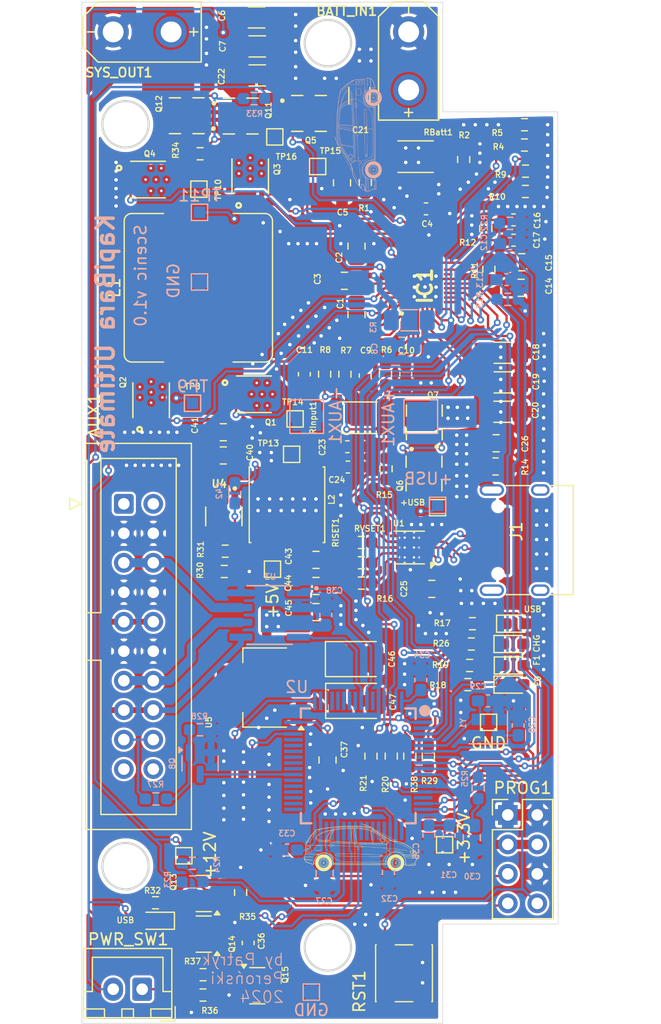
<source format=kicad_pcb>
(kicad_pcb (version 20240108) (generator "pcbnew") (generator_version "8.0")
  (layers (0 "F.Cu" signal) (31 "B.Cu" signal) (34 "B.Paste" user) (35 "F.Paste" user) (36 "B.SilkS" user "B.Silkscreen") (37 "F.SilkS" user "F.Silkscreen") (38 "B.Mask" user) (39 "F.Mask" user) (44 "Edge.Cuts" user))
  (net 0 "")
  (net 1 "GND")
  (net 2 "SPLIT")
  (net 3 "CAN_L")
  (net 4 "EN")
  (net 5 "CAN_H")
  (net 8 "+12V")
  (net 9 "+BATT")
  (net 10 "Net-(IC1-BTST1)")
  (net 11 "Net-(IC1-BTST2)")
  (net 12 "Net-(IC1-SW1)")
  (net 13 "Net-(IC1-SW2)")
  (net 14 "Net-(IC1-LODRV1)")
  (net 15 "Net-(IC1-HIDRV1)")
  (net 16 "Net-(IC1-HIDRV2)")
  (net 17 "Net-(IC1-LODRV2)")
  (net 18 "/Charger/REGN")
  (net 19 "Net-(C5-Pad1)")
  (net 20 "VCC")
  (net 21 "/Charger/VDDA")
  (net 22 "Net-(IC1-ACN)")
  (net 23 "Net-(IC1-ACP)")
  (net 24 "Net-(IC1-VBUS)")
  (net 25 "ADAPTER_CURRENT_SENSE")
  (net 26 "BATTERY_CURRENT_SENSE")
  (net 27 "Net-(C14-Pad1)")
  (net 28 "Net-(IC1-COMP1)")
  (net 29 "Net-(C16-Pad1)")
  (net 30 "Net-(IC1-COMP2)")
  (net 31 "+USB")
  (net 32 "Net-(Q1-D5)")
  (net 33 "Net-(D1-A)")
  (net 34 "Net-(J1-SHIELD)")
  (net 35 "Net-(D1-K)")
  (net 36 "Net-(IC1-CELL_BATPRESZ)")
  (net 37 "SCL")
  (net 38 "Net-(IC1-SRP)")
  (net 39 "SDA")
  (net 40 "POWER_SENSE")
  (net 41 "Net-(IC1-~{BATDRV})")
  (net 42 "OTG")
  (net 43 "CMP_OUT")
  (net 44 "PROCHOT")
  (net 45 "CHARGER_OK")
  (net 46 "Net-(IC1-ILIM_HIZ)")
  (net 47 "Net-(IC1-SRN)")
  (net 48 "Net-(U1-D+)")
  (net 49 "Net-(J1-CC1)")
  (net 50 "Net-(J1-CC2)")
  (net 51 "Net-(U1-D-)")
  (net 52 "Net-(Q6-Pad1)")
  (net 53 "Net-(Q6-Pad4)")
  (net 54 "Net-(U1-GATE)")
  (net 55 "Net-(U1-ISET)")
  (net 56 "Net-(U1-VSET)")
  (net 57 "+3.3V")
  (net 58 "Net-(U2-VCAP)")
  (net 59 "Net-(U2-PH1)")
  (net 60 "Net-(U2-PH0)")
  (net 61 "+5V")
  (net 62 "Net-(U4-VBST)")
  (net 63 "Net-(U4-SW)")
  (net 64 "/STM/LED0")
  (net 65 "/STM/LED1")
  (net 66 "/STM/SWCLK")
  (net 67 "N_RST")
  (net 68 "/STM/SWDIO")
  (net 70 "Net-(Q8-D)")
  (net 71 "Net-(U4-VFB)")
  (net 74 "CAN_RX")
  (net 83 "/STM/BAT_SENSE")
  (net 91 "CAN_TX")
  (net 103 "Net-(D4-K)")
  (net 104 "Net-(Q11-Pad1)")
  (net 105 "Net-(Q11-Pad4)")
  (net 106 "PWR_SWITCH")
  (net 107 "Net-(Q13-D)")
  (net 108 "Net-(PWR_SW1-Pin_1)")
  (net 109 "Net-(Q14-G)")
  (net 110 "STM_PWR_SWITCH_CLICK")
  (net 111 "Net-(D5-K)")
  (net 112 "Net-(D3-K)")
  (net 113 "Net-(D2-K)")
  (net 114 "Net-(Q8-G)")
  (net 119 "NET-(IC1-SW)")
  (footprint "Package_TO_SOT_SMD:SOT-223" (layer "F.Cu") (at 100.349999 109.25 180)
    (property "Reference" "U5")
    (property "Value" "LM1117MP-3.3")
  )
  (footprint "TPS563201DDCR:SOT95P280X110-6N" (layer "F.Cu") (at 96.800001 94.5 -90)
    (property "Reference" "U4")
    (property "Value" "TPS563201DDCR")
  )
  (footprint "Resistor_SMD:R_0603_1608Metric_Pad0.98x0.95mm_HandSolder" (layer "F.Cu") (at 118.25 103.75 180)
    (property "Reference" "R17")
    (property "Value" "15k")
  )
  (footprint "Capacitor_SMD:C_1206_3216Metric_Pad1.33x1.80mm_HandSolder" (layer "F.Cu") (at 99.625 51.5)
    (property "Reference" "C6")
    (property "Value" "100u")
  )
  (footprint "Capacitor_SMD:C_0805_2012Metric_Pad1.18x1.45mm_HandSolder" (layer "F.Cu") (at 114.75 100.75)
    (property "Reference" "C25")
    (property "Value" "1u")
  )
  (footprint "TestPoint:TestPoint_Pad_1.0x1.0mm" (layer "F.Cu") (at 101.2 61.8)
    (property "Reference" "TP16")
    (property "Value" "VCC")
  )
  (footprint "Inductor_SMD:L_Changjiang_FNR6045S" (layer "F.Cu") (at 102.25 93.5 -90)
    (property "Reference" "L2")
    (property "Value" "4.7u")
  )
  (footprint "Capacitor_SMD:C_0805_2012Metric_Pad1.18x1.45mm_HandSolder" (layer "F.Cu") (at 104.75 98.25)
    (property "Reference" "C43")
    (property "Value" "22u")
  )
  (footprint "Resistor_SMD:R_0603_1608Metric_Pad0.98x0.95mm_HandSolder" (layer "F.Cu") (at 122.75 60.75)
    (property "Reference" "R5")
    (property "Value" "220k")
  )
  (footprint "Capacitor_SMD:C_0805_2012Metric_Pad1.18x1.45mm_HandSolder" (layer "F.Cu") (at 105.75 115.5 -90)
    (property "Reference" "C37")
    (property "Value" "10u")
  )
  (footprint "Resistor_SMD:R_0603_1608Metric_Pad0.98x0.95mm_HandSolder" (layer "F.Cu") (at 122.75 62.5 180)
    (property "Reference" "R4")
    (property "Value" "380k")
  )
  (footprint "Capacitor_Tantalum_SMD:CP_EIA-3528-21_Kemet-B_Pad1.50x2.35mm_HandSolder" (layer "F.Cu") (at 108.2 106.8)
    (property "Reference" "C46")
    (property "Value" "10u")
  )
  (footprint "LED_SMD:LED_0603_1608Metric_Pad1.05x0.95mm_HandSolder" (layer "F.Cu") (at 121.775 109)
    (property "Reference" "D2")
    (property "Value" "F0")
  )
  (footprint "Resistor_SMD:R_2010_5025Metric_Pad1.40x2.65mm_HandSolder" (layer "F.Cu") (at 108.5 86 180)
    (property "Reference" "RInput1")
    (property "Value" "5m")
  )
  (footprint "CSD17578Q3A:TRANS_CSD18543Q3A" (layer "F.Cu") (at 90.255 65.475)
    (property "Reference" "Q4")
    (property "Value" "CSD17578Q3A")
  )
  (footprint "Connector_PinHeader_2.54mm:PinHeader_2x04_P2.54mm_Vertical" (layer "F.Cu") (at 121.31 120.23)
    (property "Reference" "PROG1")
    (property "Value" "Conn_02x04_Counter_Clockwise")
  )
  (footprint "Resistor_SMD:R_0603_1608Metric_Pad0.98x0.95mm_HandSolder" (layer "F.Cu") (at 122.8375 64.75 180)
    (property "Reference" "R9")
    (property "Value" "270k")
  )
  (footprint "LED_SMD:LED_0603_1608Metric_Pad1.05x0.95mm_HandSolder" (layer "F.Cu") (at 122 103.75)
    (property "Reference" "D1")
    (property "Value" "USB")
  )
  (footprint "Resistor_SMD:R_0603_1608Metric_Pad0.98x0.95mm_HandSolder" (layer "F.Cu") (at 108.6625 98.5 180)
    (property "Reference" "RISET1")
    (property "Value" "NC")
  )
  (footprint "CSD17578Q3A:TRANS_CSD18543Q3A" (layer "F.Cu") (at 99.396998 83.975)
    (property "Reference" "Q1")
    (property "Value" "CSD17578Q3A")
  )
  (footprint "CSD17578Q3A:TRANS_CSD18543Q3A" (layer "F.Cu") (at 90.525 84.495 90)
    (property "Reference" "Q2")
    (property "Value" "CSD17578Q3A" (hide yes))
  )
  (footprint "LED_SMD:LED_0603_1608Metric_Pad1.05x0.95mm_HandSolder" (layer "F.Cu") (at 90.875 129.35 180)
    (property "Reference" "D4")
    (property "Value" "USB")
  )
  (footprint "Capacitor_SMD:C_0805_2012Metric_Pad1.18x1.45mm_HandSolder" (layer "F.Cu") (at 104.75 100.5)
    (property "Reference" "C44")
    (property "Value" "22u")
  )
  (footprint "Capacitor_SMD:C_0805_2012Metric_Pad1.18x1.45mm_HandSolder" (layer "F.Cu") (at 122.5125 72.6)
    (property "Reference" "C15")
    (property "Value" "33p")
  )
  (footprint "AONR21307:TRANS_AONR21307" (layer "F.Cu") (at 114.075001 90.799999 -90)
    (property "Reference" "Q6")
    (property "Value" "AONR21307")
  )
  (footprint "Resistor_SMD:R_0603_1608Metric_Pad0.98x0.95mm_HandSolder" (layer "F.Cu") (at 108.6625 100.25)
    (property "Reference" "R16")
    (property "Value" "4.7k")
  )
  (footprint "Resistor_SMD:R_0603_1608Metric_Pad0.98x0.95mm_HandSolder" (layer "F.Cu") (at 118.0125 107.35 180)
    (property "Reference" "R19")
    (property "Value" "1k")
  )
  (footprint "Capacitor_SMD:C_1206_3216Metric_Pad1.33x1.80mm_HandSolder" (layer "F.Cu") (at 120.835001 80.4)
    (property "Reference" "C18")
    (property "Value" "100u")
  )
  (footprint "TestPoint:TestPoint_Pad_1.0x1.0mm" (layer "F.Cu") (at 119.65 112.25)
    (property "Reference" "TP6")
    (property "Value" "GND")
  )
  (footprint "Resistor_SMD:R_0603_1608Metric_Pad0.98x0.95mm_HandSolder" (layer "F.Cu") (at 109.007919 65.729958 -90)
    (property "Reference" "R1")
    (property "Value" "10")
  )
  (footprint "Capacitor_SMD:C_0805_2012Metric_Pad1.18x1.45mm_HandSolder" (layer "F.Cu") (at 96.75 89.25)
    (property "Reference" "C40")
    (property "Value" "22u")
  )
  (footprint "Resistor_SMD:R_0805_2012Metric_Pad1.20x1.40mm_HandSolder" (layer "F.Cu") (at 120.25 90.2)
    (property "Reference" "R14")
    (property "Value" "1Meg")
  )
  (footprint "LED_SMD:LED_0603_1608Metric_Pad1.05x0.95mm_HandSolder" (layer "F.Cu") (at 121.8 107.35)
    (property "Reference" "D3")
    (property "Value" "F1")
  )
  (footprint "AONR21307:TRANS_AONR21307" (layer "F.Cu") (at 104.149999 59.775001)
    (property "Reference" "Q5")
    (property "Value" "AONR21307")
  )
  (footprint "TestPoint:TestPoint_Pad_1.0x1.0mm" (layer "F.Cu") (at 93.35 123.75 90)
    (property "Reference" "TP1")
    (property "Value" "+12V")
  )
  (footprint "Capacitor_SMD:C_0805_2012Metric_Pad1.18x1.45mm_HandSolder" (layer "F.Cu") (at 108.25 77.1125 90)
    (property "Reference" "C1")
    (property "Value" "47n")
  )
  (footprint "Resistor_SMD:R_0603_1608Metric_Pad0.98x0.95mm_HandSolder" (layer "F.Cu") (at 107.25 82.25 90)
    (property "Reference" "R7")
    (property "Value" "4.99")
  )
  (footprint "Capacitor_SMD:C_0603_1608Metric_Pad1.08x0.95mm_HandSolder" (layer "F.Cu") (at 121.8 70.7)
    (property "Reference" "C17")
    (property "Value" "15p")
  )
  (footprint "Resistor_SMD:R_0603_1608Metric_Pad0.98x0.95mm_HandSolder" (layer "F.Cu") (at 105.5 82.25 90)
    (property "Reference" "R8")
    (property "Value" "1")
  )
  (footprint "Package_TO_SOT_SMD:SOT-23" (layer "F.Cu") (at 95.0625 130.499999 180)
    (property "Reference" "Q14")
    (property "Value" "2N7002")
  )
  (footprint "TestPoint:TestPoint_Pad_1.0x1.0mm" (layer "F.Cu") (at 101 99.05)
    (property "Reference" "TP3")
    (property "Value" "+5V")
  )
  (footprint "Package_TO_SOT_SMD:SOT-23" (layer "F.Cu") (at 99.6875 134.95)
    (property "Reference" "Q15")
    (property "Value" "2N7002")
  )
  (footprint "Resistor_SMD:R_0603_1608Metric_Pad0.98x0.95mm_HandSolder" (layer "F.Cu") (at 110.75 82.25 90)
    (property "Reference" "R6")
    (property "Value" "4.99")
  )
  (footprint "Resistor_SMD:R_0603_1608Metric_Pad0.98x0.95mm_HandSolder" (layer "F.Cu") (at 117.8625 109 180)
    (property "Reference" "R18")
    (property "Value" "1k")
  )
  (footprint "Resistor_SMD:R_0603_1608Metric_Pad0.98x0.95mm_HandSolder" (layer "F.Cu") (at 114.45 115.1625 90)
    (property "Reference" "R29")
    (property "Value" "4.7k")
  )
  (footprint "XT30UPB-M:XT30UPB-M" (layer "F.Cu") (at 112.75 55.25 90)
    (property "Reference" "BATT_IN1")
    (property "Value" "XT30UPB-M")
  )
  (footprint "Package_TO_SOT_SMD:SOT-23" (layer "F.Cu") (at 95.0625 127 180)
    (property "Reference" "Q13")
    (property "Value" "2N7002")
  )
  (footprint "Capacitor_SMD:C_0805_2012Metric_Pad1.18x1.45mm_HandSolder" (layer "F.Cu") (at 108.25 71.2125 -90)
    (property "Reference" "C2")
    (property "Value" "47n")
  )
  (footprint "Resistor_SMD:R_0603_1608Metric_Pad0.98x0.95mm_HandSolder" (layer "F.Cu") (at 96.8375 99.25)
    (property "Reference" "R31")
    (property "Value" "10k")
  )
  (footprint "Resistor_SMD:R_0603_1608Metric_Pad0.98x0.95mm_HandSolder" (layer "F.Cu") (at 94.75 63.25)
    (property "Reference" "R34")
    (property "Value" "47k")
  )
  (footprint "Capacitor_SMD:C_0805_2012Metric_Pad1.18x1.45mm_HandSolder" (layer "F.Cu") (at 107 65.75 -90)
    (property "Reference" "C5")
    (property "Value" "1u")
  )
  (footprint "BQ25720RSNR:QFN40P400X400X80-33N-D" (layer "F.Cu") (at 114.155002 74.639998 90)
    (property "Reference" "IC1")
    (property "Value" "BQ25720RSNR" (hide yes))
  )
  (footprint "AONR21307:TRANS_AONR21307" (layer "F.Cu") (at 98.25 60)
    (property "Reference" "Q11")
    (property "Value" "AONR21307")
  )
  (footprint "Inductor_SMD:L_TaiTech_TMPC1265_13.5x12.5mm" (layer "F.Cu") (at 94.6 74.8 90)
    (property "Reference" "L1")
    (property "Value" "2.2u")
  )
  (footprint "Capacitor_SMD:C_0805_2012Metric_Pad1.18x1.45mm_HandSolder" (layer "F.Cu") (at 122.4625 74.8)
    (property "Reference" "C14")
    (property "Value" "3.3n")
  )
  (footprint "Resistor_SMD:R_0603_1608Metric_Pad0.98x0.95mm_HandSolder" (layer "F.Cu") (at 95 135.75 180)
    (property "Reference" "R36")
    (property "Value" "47k")
  )
  (footprint "Capacitor_SMD:C_0603_1608Metric_Pad1.08x0.95mm_HandSolder" (layer "F.Cu") (at 109 82.3625 -90)
    (property "Reference" "C9")
    (property "Value" "33n")
  )
  (footprint "Capacitor_SMD:C_0603_1608Metric_Pad1.08x0.95mm_HandSolder" (layer "F.Cu") (at 121.8 68.95)
    (property "Reference" "C16")
    (property "Value" "1.2n")
  )
  (footprint "Resistor_SMD:R_0603_1608Metric_Pad0.98x0.95mm_HandSolder" (layer "F.Cu") (at 109.5 115.1625 90)
    (property "Reference" "R21")
    (property "Value" "4.7k")
  )
  (footprint "AONR21307:TRANS_AONR21307" (layer "F.Cu") (at 93.600001 59.974999 180)
    (property "Reference" "Q12")
    (property "Value" "AONR21307")
  )
  (footprint "TestPoint:TestPoint_Pad_1.0x1.0mm" (layer "F.Cu") (at 94.1 84.75)
    (property "Reference" "TP8")
    (property "Value" "L1")
  )
  (footprint "Capacitor_SMD:C_0603_1608Metric_Pad1.08x0.95mm_HandSolder" (layer "F.Cu") (at 103.75 82.25 -90)
    (property "Reference" "C11")
    (property "Value" "470n")
  )
  (footprint "LED_SMD:LED_0603_1608Metric_Pad1.05x0.95mm_HandSolder" (layer "F.Cu") (at 121.775 105.5)
    (property "Reference" "D5")
    (property "Value" "CHG")
  )
  (footprint "Resistor_SMD:R_0603_1608Metric_Pad0.98x0.95mm_HandSolder" (layer "F.Cu") (at 111.25 115.1625 90)
    (property "Reference" "R20")
    (property "Value" "4.7k")
  )
  (footprint "Capacitor_SMD:C_0603_1608Metric_Pad1.08x0.95mm_HandSolder" (layer "F.Cu") (at 114.25 68 180)
    (property "Reference" "C4")
    (property "Value" "100n")
  )
  (footprint "Connector_IDC:IDC-Header_2x10_P2.54mm_Vertical" (layer "F.Cu") (at 88.17 93.42)
    (property "Reference" "AUX1")
    (property "Value" "Conn_02x10_Counter_Clockwise")
  )
  (footprint "Package_DFN_QFN:DFN-10-1EP_2.6x2.6mm_P0.5mm_EP1.3x2.2mm_ThermalVias" (layer "F.Cu") (at 112.810001 97.185002 180)
    (property "Reference" "U1")
    (property "Value" "~")
  )
  (footprint "Connector_USB:USB_C_Receptacle_HRO_TYPE-C-31-M-12" (layer "F.Cu") (at 123.060001 96.545002 90)
    (property "Reference" "J1")
    (property "Value" "USB_C_Receptacle_USB2.0_16P")
  )
  (footprint "TestPoint:TestPoint_Pad_1.0x1.0mm" (layer "F.Cu") (at 115.25 93.75)
    (property "Reference" "TP7")
    (property "Value" "+USB")
  )
  (footprint "Capacitor_SMD:C_1206_3216Metric_Pad1.33x1.80mm_HandSolder" (layer "F.Cu") (at 120.812501 85.485)
    (property "Reference" "C20")
    (property "Value" "100u")
  )
  (footprint "TestPoint:TestPoint_Pad_1.0x1.0mm" (layer "F.Cu") (at 104.9 64.35)
    (property "Reference" "TP15")
    (property "Value" "BAT")
  )
  (footprint "Button_Switch_SMD:SW_SPST_PTS647_Sx50" (layer "F.Cu") (at 112.349999 133.874999 90)
    (property "Reference" "RST1")
    (property "Value" "SW_Push")
  )
  (footprint "Resistor_SMD:R_0603_1608Metric_Pad0.98x0.95mm_HandSolder" (layer "F.Cu") (at 122.824999 66.5)
    (property "Reference" "R10")
    (property "Value" "330k")
  )
  (footprint "Resistor_SMD:R_0603_1608Metric_Pad0.98x0.95mm_HandSolder" (layer "F.Cu") (at 112.85 115.1625 90)
    (property "Reference" "R38")
    (property "Value" "4.7k")
  )
  (footprint "Resistor_SMD:R_0603_1608Metric_Pad0.98x0.95mm_HandSolder" (layer "F.Cu") (at 119.4125 69.7 90)
    (property "Reference" "R12")
    (property "Value" "10k")
  )
  (footprint "TestPoint:TestPoint_Pad_1.0x1.0mm" (layer "F.Cu") (at 94.65 66.3)
    (property "Reference" "TP10")
    (property "Value" "L1")
  )
  (footprint "Capacitor_SMD:C_0603_1608Metric_Pad1.08x0.95mm_HandSolder" (layer "F.Cu") (at 112.5 82.25 -90)
    (property "Reference" "C10")
    (property "Value" "33n")
  )
  (footprint "Graphics:scenic" (layer "F.Cu") (at 108.6 123.05)
    (property "Reference" "G***" (hide yes))
    (property "Value" "LOGO" (hide yes))
  )
  (footprint "Capacitor_SMD:C_1206_3216Metric_Pad1.33x1.80mm_HandSolder" (layer "F.Cu") (at 99.6875 56.5)
    (property "Reference" "C22")
    (property "Value" "100u")
  )
  (footprint "Resistor_SMD:R_0603_1608Metric_Pad0.98x0.95mm_HandSolder" (layer "F.Cu") (at 117.5 63.75 -90)
    (property "Reference" "R2")
    (property "Value" "10")
  )
  (footprint "Resistor_SMD:R_0603_1608Metric_Pad0.98x0.95mm_HandSolder" (layer "F.Cu") (at 110.799999 90.399998 -90)
    (property "Reference" "R15")
    (property "Value" "47k")
  )
  (footprint "Resistor_SMD:R_0603_1608Metric_Pad0.98x0.95mm_HandSolder" (layer "F.Cu") (at 96.9125 97.5 180)
    (property "Reference" "R30")
    (property "Value" "54.9k")
  )
  (footprint "Connector_JST:JST_XH_B2B-XH-A_1x02_P2.50mm_Vertical" (layer "F.Cu") (at 89.75 135.25 180)
    (property "Reference" "PWR_SW1")
    (property "Value" "Conn_01x02_Pin")
  )
  (footprint "Resistor_SMD:R_2010_5025Metric_Pad1.40x2.65mm_HandSolder" (layer "F.Cu") (at 113.35 63.5)
    (property "Reference" "RBatt1")
    (property "Value" "5m")
  )
  (footprint "Capacitor_SMD:C_1206_3216Metric_Pad1.33x1.80mm_HandSolder" (layer "F.Cu") (at 120.837501 82.955)
    (property "Reference" "C19")
    (property "Value" "100u")
  )
  (footprint "Capacitor_SMD:C_0805_2012Metric_Pad1.18x1.45mm_HandSolder" (layer "F.Cu") (at 96.75 87.25)
    (property "Reference" "C41")
    (property "Value" "22u")
  )
  (footprint "CSD17578Q3A:TRANS_CSD18543Q3A" (layer "F.Cu") (at 99.074998 65.200002 90)
    (property "Reference" "Q3")
    (property "Value" "CSD17578Q3A")
  )
  (footprint "XT30UPB-M:XT30UPB-M" (layer "F.Cu") (at 89.75 52.75 180)
    (property "Reference" "SYS_OUT1")
    (property "Value" "XT30UPB-M")
  )
  (footprint "Capacitor_SMD:C_0603_1608Metric_Pad1.08x0.95mm_HandSolder" (layer "F.Cu") (at 107.4625 88.5)
    (property "Reference" "C23")
    (property "Value" "10n")
  )
  (footprint "Capacitor_SMD:C_0805_2012Metric_Pad1.18x1.45mm_HandSolder" (layer "F.Cu") (at 120.3 88.2)
    (property "Reference" "C26")
    (property "Value" "10n")
  )
  (footprint "Capacitor_SMD:C_0805_2012Metric_Pad1.18x1.45mm_HandSolder" (layer "F.Cu") (at 107.2 74.2 180)
    (property "Reference" "C3")
    (property "Value" "2.2u")
  )
  (footprint "TestPoint:TestPoint_Pad_1.0x1.0mm" (layer "F.Cu") (at 102.95 86.1)
    (property "Reference" "TP14")
    (property "Value" "RInput")
  )
  (footprint "Capacitor_Tantalum_SMD:CP_EIA-3528-21_Kemet-B_Pad1.50x2.35mm_HandSolder" (layer "F.Cu") (at 108.225 110.4)
    (property "Reference" "C47")
    (property "Value" "10u")
  )
  (footprint "AONR21307:TRANS_AONR21307" (layer "F.Cu") (at 114.100003 86.4 90)
    (property "Reference" "Q7")
    (property "Value" "AONR21307")
  )
  (footprint "Capacitor_SMD:C_1206_3216Metric_Pad1.33x1.80mm_HandSolder" (layer "F.Cu") (at 108.5 58.25 90)
    (property "Reference" "C21")
    (property "Value" "22u")
  )
  (footprint "Resistor_SMD:R_0603_1608Metric_Pad0.98x0.95mm_HandSolder" (layer "F.Cu") (at 119.675 73.2 -90)
    (property "Reference" "R11")
    (property "Value" "16.9k")
  )
  (footprint "Resistor_SMD:R_0603_1608Metric_Pad0.98x0.95mm_HandSolder" (layer "F.Cu") (at 90.9 127.8)
    (property "Reference" "R32")
    (property "Value" "15k")
  )
  (footprint "TestPoint:TestPoint_Pad_1.0x1.0mm" (layer "F.Cu") (at 102.65 89.15)
    (property "Reference" "TP13")
    (property "Value" "SW_5V")
  )
  (footprint "Resistor_SMD:R_0603_1608Metric_Pad0.98x0.95mm_HandSolder" (layer "F.Cu") (at 108.6625 96.75 180)
    (property "Reference" "RVSET1")
    (property "Value" "NC")
  )
  (footprint "Capacitor_SMD:C_0603_1608Metric_Pad1.08x0.95mm_HandSolder" (layer "F.Cu") (at 98.900001 131.2625 90)
    (property "Reference" "C36")
    (property "Value" "10u")
  )
  (footprint "Resistor_SMD:R_0603_1608Metric_Pad0.98x0.95mm_HandSolder" (layer "F.Cu") (at 95 134)
    (property "Reference" "R37")
    (property "Value" "1k")
  )
  (footprint "Resistor_SMD:R_0603_1608Metric_Pad0.98x0.95mm_HandSolder" (layer "F.Cu") (at 118.1625 105.5)
    (property "Reference" "R26")
    (property "Value" "1k")
  )
  (footprint "Capacitor_SMD:C_0805_2012Metric_Pad1.18x1.45mm_HandSolder" (layer "F.Cu") (at 104.75 102.75)
    (property "Reference" "C45")
    (property "Value" "22u")
  )
  (footprint "TestPoint:TestPoint_Pad_1.0x1.0mm" (layer "F.Cu") (at 115.85 122.8 180)
    (property "Reference" "TP4")
    (property "Value" "+3.3V")
  )
  (footprint "Capacitor_SMD:C_0603_1608Metric_Pad1.08x0.95mm_HandSolder" (layer "F.Cu") (at 107.5 90.25)
    (property "Reference" "C24")
    (property "Value" "1n")
  )
  (footprint "Resistor_SMD:R_0603_1608Metric_Pad0.98x0.95mm_HandSolder" (layer "F.Cu") (at 98.25 126.9125 90)
    (property "Reference" "R35")
    (property "Value" "47k")
  )
  (footprint "Capacitor_SMD:C_1206_3216Metric_Pad1.33x1.80mm_HandSolder" (layer "F.Cu") (at 99.6875 54)
    (property "Reference" "C7")
    (property "Value" "100u")
  )
  (footprint "Capacitor_SMD:C_0805_2012Metric_Pad1.18x1.45mm_HandSolder" (layer "B.Cu") (at 112.1625 79.8 180)
    (property "Reference" "C8")
    (property "Value" "1u")
  )
  (footprint "TestPoint:TestPoint_Pad_1.0x1.0mm" (layer "B.Cu") (at 115.25 93.55 180)
    (property "Reference" "TP2")
    (property "Value" "+USB")
  )
  (footprint "Resistor_SMD:R_0603_1608Metric_Pad0.98x0.95mm_HandSolder" (layer "B.Cu") (at 121.5 69.25)
    (property "Reference" "R22")
    (property "Value" "137k")
  )
  (footprint "Capacitor_SMD:C_0805_2012Metric_Pad1.18x1.45mm_HandSolder" (layer "B.Cu") (at 118.2 122.1875 -90)
    (property "Reference" "C30")
    (property "Value" "10u")
  )
  (footprint "Resistor_SMD:R_0603_1608Metric_Pad0.98x0.95mm_HandSolder" (layer "B.Cu") (at 94.1 124.4)
    (property "Reference" "R24")
    (property "Value" "22k")
  )
  (footprint "Capacitor_SMD:C_0603_1608Metric_Pad1.08x0.95mm_HandSolder" (layer "B.Cu") (at 111.000001 125.1375 -90)
    (property "Reference" "C32")
    (property "Value" "100n")
  )
  (footprint "Graphics:scenic" (layer "B.Cu") (at 108.4 61.6 -90)
    (property "Reference" "G***" (hide yes))
    (property "Value" "LOGO" (hide yes))
  )
  (footprint "SN65HVD1040D:SOIC127P599X175-8N" (layer "B.Cu") (at 100.75 103 180)
    (property "Reference" "U3")
    (property "Value" "SN65HVD1040D")
  )
  (footprint "TestPoint:TestPoint_Pad_1.0x1.0mm" (layer "B.Cu") (at 94.7 74.3 -90)
    (property "Reference" "TP12")
    (property "Value" "GND")
  )
  (footprint "Capacitor_SMD:C_0603_1608Metric_Pad1.08x0.95mm_HandSolder" (layer "B.Cu") (at 114.5 122 -90)
    (property "Reference" "C35")
    (property "Value" "100n")
  )
  (footprint "Capacitor_SMD:C_0603_1608Metric_Pad1.08x0.95mm_HandSolder" (layer "B.Cu") (at 105.6 103 90)
    (property "Reference" "C38")
    (property "Value" "100n")
  )
  (footprint "Capacitor_SMD:C_0603_1608Metric_Pad1.08x0.95mm_HandSolder" (layer "B.Cu") (at 121.5 71.000001)
    (property "Reference" "C12")
    (property "Value" "100p")
  )
  (footprint "Resistor_SMD:R_0603_1608Metric_Pad0.98x0.95mm_HandSolder" (layer "B.Cu") (at 121.3 75.8)
    (property "Reference" "R13")
    (property "Value" "30k")
  )
  (footprint "Capacitor_SMD:C_0603_1608Metric_Pad1.08x0.95mm_HandSolder" (layer "B.Cu") (at 122.2 112.516118 90)
    (property "Reference" "C28")
    (property "Value" "22p")
  )
  (footprint "TestPoint:TestPoint_Pad_1.0x1.0mm" (layer "B.Cu") (at 94.7 68.3 180)
    (property "Reference" "TP11")
    (property "Value" "L1")
  )
  (footprint "Package_TO_SOT_SMD:SOT-23" (layer "B.Cu") (at 94.75 115.8 -90)
    (property "Reference" "Q8")
    (property "Value" "2N7002")
  )
  (footprint "TestPoint:TestPoint_Pad_2.5x2.5mm" (layer "B.Cu") (at 103.95 85.9 180)
    (property "Reference" "-AUX1")
    (property "Value" "+AUX")
  )
  (footprint "TestPoint:TestPoint_Pad_1.0x1.0mm" (layer "B.Cu") (at 94.1 84.75 180)
    (property "Reference" "TP9")
    (property "Value" "L1")
  )
  (footprint "Capacitor_SMD:C_0603_1608Metric_Pad1.08x0.95mm_HandSolder" (layer "B.Cu") (at 121.2 74.1)
    (property "Reference" "C13")
    (property "Value" "100p")
  )
  (footprint "Crystal:Crystal_SMD_2520-4Pin_2.5x2.0mm" (layer "B.Cu") (at 119.625 112.7 180)
    (property "Reference" "Y1")
    (property "Value" "Crystal_GND24")
  )
  (footprint "STM32F412RET6:LQFP-10X10-64" (layer "B.Cu") (at 108.4 116 -90)
    (property "Reference" "U2")
    (property "Value" "STM32F412RET6")
  )
  (footprint "Capacitor_SMD:C_0603_1608Metric_Pad1.08x0.95mm_HandSolder" (layer "B.Cu") (at 116.25 122 -90)
    (property "Reference" "C31")
    (property "Value" "100n")
  )
  (footprint "TestPoint:TestPoint_Pad_1.0x1.0mm" (layer "B.Cu") (at 104.35 135.5 180)
    (property "Reference" "TP5")
    (property "Value" "GND")
  )
  (footprint "TestPoint:TestPoint_Pad_2.5x2.5mm" (layer "B.Cu") (at 113.8 85.9 180)
    (property "Reference" "+AUX1")
    (property "Value" "+AUX")
  )
  (footprint "Resistor_SMD:R_0603_1608Metric_Pad0.98x0.95mm_HandSolder" (layer "B.Cu") (at 94.1 126.01)
    (property "Reference" "R23")
    (property "Value" "100k")
  )
  (footprint "Resistor_SMD:R_0603_1608Metric_Pad0.98x0.95mm_HandSolder" (layer "B.Cu") (at 94.75 112.887501 180)
    (property "Reference" "R28")
    (property "Value" "47k")
  )
  (footprint "Capacitor_SMD:C_0603_1608Metric_Pad1.08x0.95mm_HandSolder" (layer "B.Cu") (at 119.6 110.4)
    (property "Reference" "C29")
    (property "Value" "22p")
  )
  (footprint "Capacitor_SMD:C_0603_1608Metric_Pad1.08x0.95mm_HandSolder" (layer "B.Cu") (at 102.25 123.25 180)
    (property "Reference" "C33")
    (property "Value" "100n")
  )
  (footprint "Capacitor_SMD:C_0603_1608Metric_Pad1.08x0.95mm_HandSolder" (layer "B.Cu") (at 97.75 92.5 90)
    (property "Reference" "C42")
    (property "Value" "100n")
  )
  (footprint "Capacitor_SMD:C_0805_2012Metric_Pad1.18x1.45mm_HandSolder" (layer "B.Cu") (at 105.5 125.25 -90)
    (property "Reference" "C27")
    (property "Value" "4.7u")
  )
  (footprint "Resistor_SMD:R_0603_1608Metric_Pad0.98x0.95mm_HandSolder" (layer "B.Cu") (at 118.75 117.9125 90)
    (property "Reference" "R25")
    (property "Value" "10k")
  )
  (footprint "Resistor_SMD:R_1206_3216Metric_Pad1.30x1.75mm_HandSolder" (layer "B.Cu") (at 112.8 77.6)
    (property "Reference" "R3")
    (property "Value" "10")
  )
  (footprint "Capacitor_SMD:C_0603_1608Metric_Pad1.08x0.95mm_HandSolder" (layer "B.Cu") (at 113.8 108.6 90)
    (property "Reference" "C34")
    (property "Value" "100n")
  )
  (footprint "Resistor_SMD:R_0603_1608Metric_Pad0.98x0.95mm_HandSolder" (layer "B.Cu") (at 90.9375 118.85 180)
    (property "Reference" "R27")
    (property "Value" "1k")
  )
  (footprint "Resistor_SMD:R_0603_1608Metric_Pad0.98x0.95mm_HandSolder" (layer "B.Cu") (at 99.4125 58.5)
    (property "Reference" "R33")
    (property "Value" "4.7k")
  )
  (gr_circle (center 105.7835 131.642288) (end 107.7835 131.642288) (stroke (width 0.2)) (fill none) (layer "Edge.Cuts"))
  (gr_line (start 84.540596 50.188103) (end 84.540596 138.186759) (stroke (width 0.05)) (layer "Edge.Cuts"))
  (gr_line (start 115.693029 50.188103) (end 84.540596 50.188103) (stroke (width 0.05)) (layer "Edge.Cuts"))
  (gr_line (start 115.693029 59.637433) (end 125.617675 59.637433) (stroke (width 0.05)) (layer "Edge.Cuts"))
  (gr_line (start 125.66043 129.637433) (end 115.693029 129.637433) (stroke (width 0.05)) (layer "Edge.Cuts"))
  (gr_circle (center 88.3155 124.642288) (end 90.3155 124.642288) (stroke (width 0.2)) (fill none) (layer "Edge.Cuts"))
  (gr_line (start 115.693029 138.186759) (end 115.693029 129.637433) (stroke (width 0.05)) (layer "Edge.Cuts"))
  (gr_line (start 115.693029 138.186759) (end 84.540596 138.186759) (stroke (width 0.05)) (layer "Edge.Cuts"))
  (gr_circle (center 88.3155 60.71) (end 90.3155 60.71) (stroke (width 0.2)) (fill none) (layer "Edge.Cuts"))
  (gr_circle (center 105.7835 53.71) (end 107.7835 53.71) (stroke (width 0.2)) (fill none) (layer "Edge.Cuts"))
  (gr_line (start 115.693029 50.188103) (end 115.693029 59.637433) (stroke (width 0.05)) (layer "Edge.Cuts"))
  (gr_line (start 125.66043 129.637433) (end 125.617675 59.637433) (stroke (width 0.05)) (layer "Edge.Cuts"))
  (gr_text "Scenic v1.0" (at 90.2 69.25 90) (layer "B.SilkS") (effects (font (size 1 1)) (justify left bottom mirror)))
  (gr_text "by Patryk \nPeroński \n2024" (at 102.05 136.5 0) (layer "B.SilkS") (effects (font (size 1 1) (thickness 0.1)) (justify left bottom mirror)))
  (gr_text "KapiBara Ultimate" (at 87.45 68.25 90) (layer "B.SilkS") (effects (font (size 1.5 1.5) (thickness 0.3) (bold yes)) (justify left bottom mirror)))
  (segment (start 116.155002 74.039998) (end 115.355 74.039998) (width 0.2) (layer "F.Cu") (net 1))
  (segment (start 113.555002 74.039998) (end 114.155002 74.639998) (width 0.2) (layer "F.Cu") (net 1))
  (segment (start 112.155002 74.039998) (end 113.555002 74.039998) (width 0.2) (layer "F.Cu") (net 1))
  (segment (start 115.355 74.039998) (end 115.110003 73.795001) (width 0.2) (layer "F.Cu") (net 1))
  (via (at 113.25 74.75) (size 0.6) (drill 0.3) (layers "F.Cu" "B.Cu") (net 1))
  (via (at 117.75 89.1) (size 0.6) (drill 0.3) (layers "F.Cu" "B.Cu") (net 1))
  (via (at 115.8 126.9) (size 0.6) (drill 0.3) (layers "F.Cu" "B.Cu") (net 1))
  (via (at 104.3 118.2) (size 0.6) (drill 0.3) (layers "F.Cu" "B.Cu") (net 1))
  (via (at 103 55.75) (size 0.6) (drill 0.3) (layers "F.Cu" "B.Cu") (net 1))
  (via (at 124.4 104.2) (size 0.6) (drill 0.3) (layers "F.Cu" "B.Cu") (net 1))
  (via (at 124.65 99) (size 0.6) (drill 0.3) (layers "F.Cu" "B.Cu") (net 1))
  (via (at 108.05 120.1) (size 0.6) (drill 0.3) (layers "F.Cu" "B.Cu") (net 1))
  (via (at 124.45 80.75) (size 0.6) (drill 0.3) (layers "F.Cu" "B.Cu") (net 1))
  (via (at 101.75 94) (size 0.6) (drill 0.3) (layers "F.Cu" "B.Cu") (net 1))
  (via (at 89.15 90.1) (size 0.6) (drill 0.3) (layers "F.Cu" "B.Cu") (net 1))
  (via (at 98.25 124.75) (size 0.6) (drill 0.3) (layers "F.Cu" "B.Cu") (net 1))
  (via (at 103 53.5) (size 0.6) (drill 0.3) (layers "F.Cu" "B.Cu") (net 1))
  (via (at 118.2 68.6) (size 0.6) (drill 0.3) (layers "F.Cu" "B.Cu") (net 1))
  (via (at 123.6 67.8) (size 0.6) (drill 0.3) (layers "F.Cu" "B.Cu") (net 1))
  (via (at 113.235005 75.569999) (size 0.6) (drill 0.3) (layers "F.Cu" "B.Cu") (net 1))
  (via (at 123.8 96.5) (size 0.6) (drill 0.3) (layers "F.Cu" "B.Cu") (net 1))
  (via (at 102.5 79.7) (size 0.6) (drill 0.3) (layers "F.Cu" "B.Cu") (net 1))
  (via (at 112.85 111.5) (size 0.6) (drill 0.3) (layers "F.Cu" "B.Cu") (net 1))
  (via (at 116.3 68.4) (size 0.6) (drill 0.3) (layers "F.Cu" "B.Cu") (net 1))
  (via (at 124.4 90.75) (size 0.6) (drill 0.3) (layers "F.Cu" "B.Cu") (net 1))
  (via (at 117.55 113.65) (size 0.6) (drill 0.3) (layers "F.Cu" "B.Cu") (net 1))
  (via (at 112.4 107.2) (size 0.6) (drill 0.3) (layers "F.Cu" "B.Cu") (net 1))
  (via (at 114.5 124.5) (size 0.6) (drill 0.3) (layers "F.Cu" "B.Cu") (net 1))
  (via (at 118.2 70.2) (size 0.6) (drill 0.3) (layers "F.Cu" "B.Cu") (net 1))
  (via (at 112 66.2) (size 0.6) (drill 0.3) (layers "F.Cu" "B.Cu") (net 1))
  (via (at 122.8 67.8) (size 0.6) (drill 0.3) (layers "F.Cu" "B.Cu") (net 1))
  (via (at 104.05 78.15) (size 0.6) (drill 0.3) (layers "F.Cu" "B.Cu") (net 1))
  (via (at 100.9 89.7) (size 0.6) (drill 0.3) (layers "F.Cu" "B.Cu") (net 1))
  (via (at 89.899999 90.1) (size 0.6) (drill 0.3) (layers "F.Cu" "B.Cu") (net 1))
  (via (at 113.8 95.2) (size 0.6) (drill 0.3) (layers "F.Cu" "B.Cu") (net 1))
  (via (at 108.5 54.25) (size 0.6) (drill 0.3) (layers "F.Cu" "B.Cu") (net 1))
  (via (at 112.9 99.1) (size 0.6) (drill 0.3) (layers "F.Cu" "B.Cu") (net 1))
  (via (at 104 71) (size 0.6) (drill 0.3) (layers "F.Cu" "B.Cu") (net 1))
  (via (at 104.2 116.15) (size 0.6) (drill 0.3) (layers "F.Cu" "B.Cu") (net 1))
  (via (at 120.7 80.8) (size 0.6) (drill 0.3) (layers "F.Cu" "B.Cu") (net 1))
  (via (at 101.75 80.45) (size 0.6) (drill 0.3) (layers "F.Cu" "B.Cu") (net 1))
  (via (at 99.95 87.3) (size 0.6) (drill 0.3) (layers "F.Cu" "B.Cu") (net 1))
  (via (at 124.4 106.5) (size 0.6) (drill 0.3) (layers "F.Cu" "B.Cu") (net 1))
  (via (at 91.4 90.1) (size 0.6) (drill 0.3) (layers "F.Cu" "B.Cu") (net 1))
  (via (at 115.115003 74.744999) (size 0.6) (drill 0.3) (layers "F.Cu" "B.Cu") (net 1))
  (via (at 103.2 71) (size 0.6) (drill 0.3) (layers "F.Cu" "B.Cu") (net 1))
  (via (at 113.7 126.9) (size 0.6) (drill 0.3) (layers "F.Cu" "B.Cu") (net 1))
  (via (at 120.7 81.7) (size 0.6) (drill 0.3) (layers "F.Cu" "B.Cu") (net 1))
  (via (at 124.4 78.75) (size 0.6) (drill 0.3) (layers "F.Cu" "B.Cu") (net 1))
  (via (at 120.5 60.75) (size 0.6) (drill 0.3) (layers "F.Cu" "B.Cu") (net 1))
  (via (at 124.4 105.3) (size 0.6) (drill 0.3) (layers "F.Cu" "B.Cu") (net 1))
  (via (at 102.5 67.2) (size 0.6) (drill 0.3) (layers "F.Cu" "B.Cu") (net 1))
  (via (at 113.245 73.799999) (size 0.6) (drill 0.3) (layers "F.Cu" "B.Cu") (net 1))
  (via (at 109.5 55.25) (size 0.6) (drill 0.3) (layers "F.Cu" "B.Cu") (net 1))
  (via (at 105.25 66.25) (size 0.6) (drill 0.3) (layers "F.Cu" "B.Cu") (net 1))
  (via (at 87.5 66.25) (size 0.6) (drill 0.3) (layers "F.Cu" "B.Cu") (net 1))
  (via (at 119.2 102) (size 0.6) (drill 0.3) (layers "F.Cu" "B.Cu") (net 1))
  (via (at 100.7 118.7) (size 0.6) (drill 0.3) (layers "F.Cu" "B.Cu") (net 1))
  (via (at 100.1 80.55) (size 0.6) (drill 0.3) (layers "F.Cu" "B.Cu") (net 1))
  (via (at 103.45 76.75) (size 0.6) (drill 0.3) (layers "F.Cu" "B.Cu") (net 1))
  (via (at 104.75 77.25) (size 0.6) (drill 0.3) (layers "F.Cu" "B.Cu") (net 1))
  (via (at 94 137.25) (size 0.6) (drill 0.3) (layers "F.Cu" "B.Cu") (net 1))
  (via (at 100.7 115) (size 0.6) (drill 0.3) (layers "F.Cu" "B.Cu") (net 1))
  (via (at 95.3 52.35) (size 0.6) (drill 0.3) (layers "F.Cu" "B.Cu") (net 1))
  (via (at 106.55 77.6) (size 0.6) (drill 0.3) (layers "F.Cu" "B.Cu") (net 1))
  (via (at 124.4 107.7) (size 0.6) (drill 0.3) (layers "F.Cu" "B.Cu") (net 1))
  (via (at 103.85 126.3) (size 0.6) (drill 0.3) (layers "F.Cu" "B.Cu") (net 1))
  (via (at 87.5 65.5) (size 0.6) (drill 0.3) (layers "F.Cu" "B.Cu") (net 1))
  (via (at 116.8 126.9) (size 0.6) (drill 0.3) (layers "F.Cu" "B.Cu") (net 1))
  (via (at 95.3 53.350001) (size 0.6) (drill 0.3) (layers "F.Cu" "B.Cu") (net 1))
  (via (at 113 95.2) (size 0.6) (drill 0.3) (layers "F.Cu" "B.Cu") (net 1))
  (via (at 124.45 82.85) (size 0.6) (drill 0.3) (layers "F.Cu" "B.Cu") (net 1))
  (via (at 124.65 97.75) (size 0.6) (drill 0.3) (layers "F.Cu" "B.Cu") (net 1))
  (via (at 113.05 122.25) (size 0.6) (drill 0.3) (layers "F.Cu" "B.Cu") (net 1))
  (via (at 109.5 54.25) (size 0.6) (drill 0.3) (layers "F.Cu" "B.Cu") (net 1))
  (via (at 118.2 102) (size 0.6) (drill 0.3) (layers "F.Cu" "B.Cu") (net 1))
  (via (at 99.899999 89) (size 0.6) (drill 0.3) (layers "F.Cu" "B.Cu") (net 1))
  (via (at 110.05 128.8) (size 0.6) (drill 0.3) (layers "F.Cu" "B.Cu") (net 1))
  (via (at 120.7 84.6) (size 0.6) (drill 0.3) (layers "F.Cu" "B.Cu") (net 1))
  (via (at 124.65 94) (size 0.6) (drill 0.3) (layers "F.Cu" "B.Cu") (net 1))
  (via (at 87.5 67) (size 0.6) (drill 0.3) (layers "F.Cu" "B.Cu") (net 1))
  (via (at 104.25 114.15) (size 0.6) (drill 0.3) (layers "F.Cu" "B.Cu") (net 1))
  (via (at 106.9 94.45) (size 0.6) (drill 0.3) (layers "F.Cu" "B.Cu") (net 1))
  (via (at 117.25 111.4) (size 0.6) (drill 0.3) (layers "F.Cu" "B.Cu") (net 1))
  (via (at 114.155005 73.779999) (size 0.6) (drill 0.3) (layers "F.Cu" "B.Cu") (net 1))
  (via (at 106.9 103) (size 0.6) (drill 0.3) (layers "F.Cu" "B.Cu") (net 1))
  (via (at 124.75 61.6) (size 0.6) (drill 0.3) (layers "F.Cu" "B.Cu") (net 1))
  (via (at 101.35 81.8) (size 0.6) (drill 0.3) (layers "F.Cu" "B.Cu") (net 1))
  (via (at 115.35 66.7) (size 0.6) (drill 0.3) (layers "F.Cu" "B.Cu") (net 1))
  (via (at 114.6 102.8) (size 0.6) (drill 0.3) (layers "F.Cu" "B.Cu") (net 1))
  (via (at 114.145003 75.549998) (size 0.6) (drill 0.3) (layers "F.Cu" "B.Cu") (net 1))
  (via (at 100 123.25) (size 0.6) (drill 0.3) (layers "F.Cu" "B.Cu") (net 1))
  (via (at 114.8 95.2) (size 0.6) (drill 0.3) (layers "F.Cu" "B.Cu") (net 1))
  (via (at 118.9 64) (size 0.6) (drill 0.3) (layers "F.Cu" "B.Cu") (net 1))
  (via (at 108.2 102.6) (size 0.6) (drill 0.3) (layers "F.Cu" "B.Cu") (net 1))
  (via (at 124.4 86.95) (size 0.6) (drill 0.3) (layers "F.Cu" "B.Cu") (net 1))
  (via (at 112.4 109) (size 0.6) (drill 0.3) (layers "F.Cu" "B.Cu") (net 1))
  (via (at 117.75 91.9) (size 0.6) (drill 0.3) (layers "F.Cu" "B.Cu") (net 1))
  (via (at 116.9 87.5) (size 0.6) (drill 0.3) (layers "F.Cu" "B.Cu") (net 1))
  (via (at 100.75 93) (size 0.6) (drill 0.3) (layers "F.Cu" "B.Cu") (net 1))
  (via (at 115.35 65.9) (size 0.6) (drill 0.3) (layers "F.Cu" "B.Cu") (net 1))
  (via (at 124.65 95.25) (size 0.6) (drill 0.3) (layers "F.Cu" "B.Cu") (net 1))
  (via (at 96.8 115.6) (size 0.6) (drill 0.3) (layers "F.Cu" "B.Cu") (net 1))
  (via (at 90.649999 90.100001) (size 0.6) (drill 0.3) (layers "F.Cu" "B.Cu") (net 1))
  (via (at 98.5 120.6) (size 0.6) (drill 0.3) (layers "F.Cu" "B.Cu") (net 1))
  (via (at 118.2 100.9) (size 0.6) (drill 0.3) (layers "F.Cu" "B.Cu") (net 1))
  (via (at 102.4 71) (size 0.6) (drill 0.3) (layers "F.Cu" "B.Cu") (net 1))
  (via (at 122.1 67.8) (size 0.6) (drill 0.3) (layers "F.Cu" "B.Cu") (net 1))
  (via (at 124.7 67) (size 0.6) (drill 0.3) (layers "F.Cu" "B.Cu") (net 1))
  (via (at 96.8 119.65) (size 0.6) (drill 0.3) (layers "F.Cu" "B.Cu") (net 1))
  (via (at 102.75 93) (size 0.6) (drill 0.3) (layers "F.Cu" "B.Cu") (net 1))
  (via (at 117.75 92.8) (size 0.6) (drill 0.3) (layers "F.Cu" "B.Cu") (net 1))
  (via (at 109.6 117.35) (size 0.6) (drill 0.3) (layers "F.Cu" "B.Cu") (net 1))
  (via (at 92.9 90.1) (size 0.6) (drill 0.3) (layers "F.Cu" "B.Cu") (net 1))
  (via (at 88.25 87.25) (size 0.6) (drill 0.3) (layers "F.Cu" "B.Cu") (net 1))
  (via (at 120.7 86.4) (size 0.6) (drill 0.3) (layers "F.Cu" "B.Cu") (net 1))
  (via (at 99.3 81.35) (size 0.6) (drill 0.3) (layers "F.Cu" "B.Cu") (net 1))
  (via (at 92 87.250001) (size 0.6) (drill 0.3) (layers "F.Cu" "B.Cu") (net 1))
  (via (at 123.8 94) (size 0.6) (drill 0.3) (layers "F.Cu" "B.Cu") (net 1))
  (via (at 100.2 69.2) (size 0.6) (drill 0.3) (layers "F.Cu" "B.Cu") (net 1))
  (via (at 100.7 120.8) (size 0.6) (drill 0.3) (layers "F.Cu" "B.Cu") (net 1))
  (via (at 109.5 68.25) (size 0.6) (drill 0.3) (layers "F.Cu" "B.Cu") (net 1))
  (via (at 117.2 66.3) (size 0.6) (drill 0.3) (layers "F.Cu" "B.Cu") (net 1))
  (via (at 109.3 104.5) (size 0.6) (drill 0.3) (layers "F.Cu" "B.Cu") (net 1))
  (via (at 119.5 60.75) (size 0.6) (drill 0.3) (layers "F.Cu" "B.Cu") (net 1))
  (via (at 100.75 94) (size 0.6) (drill 0.3) (layers "F.Cu" "B.Cu") (net 1))
  (via (at 99.25 87.75) (size 0.6) (drill 0.3) (layers "F.Cu" "B.Cu") (net 1))
  (via (at 120.2 65.7) (size 0.6) (drill 0.3) (layers "F.Cu" "B.Cu") (net 1))
  (via (at 103.75 94) (size 0.6) (drill 0.3) (layers "F.Cu" "B.Cu") (net 1))
  (via (at 103.25 78.95) (size 0.6) (drill 0.3) (layers "F.Cu" "B.Cu") (net 1))
  (via (at 108.5 55.25) (size 0.6) (drill 0.3) (layers "F.Cu" "B.Cu") (net 1))
  (via (at 124.5 70.6) (size 0.6) (drill 0.3) (layers "F.Cu" "B.Cu") (net 1))
  (via (at 124.45 81.8) (size 0.6) (drill 0.3) (layers "F.Cu" "B.Cu") (net 1))
  (via (at 104.3 119.2) (size 0.6) (drill 0.3) (layers "F.Cu" "B.Cu") (net 1))
  (via (at 98.5 117.4) (size 0.6) (drill 0.3) (layers "F.Cu" "B.Cu") (net 1))
  (via (at 117.5 60.75) (size 0.6) (drill 0.3) (layers "F.Cu" "B.Cu") (net 1))
  (via (at 112.5 62.75) (size 0.6) (drill 0.3) (layers "F.Cu" "B.Cu") (net 1))
  (via (at 124.75 60.75) (size 0.6) (drill 0.3) (layers "F.Cu" "B.Cu") (net 1))
  (via (at 109.75 71) (size 0.6) (drill 0.3) (layers "F.Cu" "B.Cu") (net 1))
  (via (at 123.8 95.25) (size 0.6) (drill 0.3) (layers "F.Cu" "B.Cu") (net 1))
  (via (at 117.2 99.9) (size 0.6) (drill 0.3) (layers "F.Cu" "B.Cu") (net 1))
  (via (at 89.749999 87.25) (size 0.6) (drill 0.3) (layers "F.Cu" "B.Cu") (net 1))
  (via (at 96.8 120.65) (size 0.6) (drill 0.3) (layers "F.Cu" "B.Cu") (net 1))
  (via (at 100.7 117.6) (size 0.6) (drill 0.3) (layers "F.Cu" "B.Cu") (net 1))
  (via (at 87.5 67.75) (size 0.6) (drill 0.3) (layers "F.Cu" "B.Cu") (net 1))
  (via (at 117.9 65.7) (size 0.6) (drill 0.3) (layers "F.Cu" "B.Cu") (net 1))
  (via (at 124.4 86) (size 0.6) (drill 0.3) (layers "F.Cu" "B.Cu") (net 1))
  (via (at 106.5 56.75) (size 0.6) (drill 0.3) (layers "F.Cu" "B.Cu") (net 1))
  (via (at 116 104.6) (size 0.6) (drill 0.3) (layers "F.Cu" "B.Cu") (net 1))
  (via (at 87.5 64) (size 0.6) (drill 0.3) (layers "F.Cu" "B.Cu") (net 1))
  (via (at 124.4 102) (size 0.6) (drill 0.3) (layers "F.Cu" "B.Cu") (net 1))
  (via (at 114.2 104.6) (size 0.6) (drill 0.3) (layers "F.Cu" "B.Cu") (net 1))
  (via (at 118.2 69.4) (size 0.6) (drill 0.3) (layers "F.Cu" "B.Cu") (net 1))
  (via (at 123.8 97.75) (size 0.6) (drill 0.3) (layers "F.Cu" "B.Cu") (net 1))
  (via (at 105.55 120.15) (size 0.6) (drill 0.3) (layers "F.Cu" "B.Cu") (net 1))
  (via (at 98.5 119.6) (size 0.6) (drill 0.3) (layers "F.Cu" "B.Cu") (net 1))
  (via (at 114.160005 74.729999) (size 0.6) (drill 0.3) (layers "F.Cu" "B.Cu") (net 1))
  (via (at 112.45 118.95) (size 0.6) (drill 0.3) (layers "F.Cu" "B.Cu") (net 1))
  (via (at 98.5 118.5) (size 0.6) (drill 0.3) (layers "F.Cu" "B.Cu") (net 1))
  (via (at 113.95 134.7) (size 0.6) (drill 0.3) (layers "F.Cu" "B.Cu") (net 1))
  (via (at 120.7 82.7) (size 0.6) (drill 0.3) (layers "F.Cu" "B.Cu") (net 1))
  (via (at 115.100003 75.565003) (size 0.6) (drill 0.3) (layers "F.Cu" "B.Cu") (net 1))
  (via (at 100.7 115.9) (size 0.6) (drill 0.3) (layers "F.Cu" "B.Cu") (net 1))
  (via (at 115.1 104.6) (size 0.6) (drill 0.3) (layers "F.Cu" "B.Cu") (net 1))
  (via (at 120.7 83.7) (size 0.6) (drill 0.3) (layers "F.Cu" "B.Cu") (net 1))
  (via (at 92.15 90.100001) (size 0.6) (drill 0.3) (layers "F.Cu" "B.Cu") (net 1))
  (via (at 116.9 91) (size 0.6) (drill 0.3) (layers "F.Cu" "B.Cu") (net 1))
  (via (at 110.6 67.2) (size 0.6) (drill 0.3) (layers "F.Cu" "B.Cu") (net 1))
  (via (at 97.25 135.75) (size 0.6) (drill 0.3) (layers "F.Cu" "B.Cu") (net 1))
  (via (at 117.75 91) (size 0.6) (drill 0.3) (layers "F.Cu" "B.Cu") (net 1))
  (via (at 120.7 85.5) (size 0.6) (drill 0.3) (layers "F.Cu" "B.Cu") (net 1))
  (via (at 104.75 93) (size 0.6) (drill 0.3) (layers "F.Cu" "B.Cu") (net 1))
  (via (at 100.5 111.9) (size 0.6) (drill 0.3) (layers "F.Cu" "B.Cu") (net 1))
  (via (at 124.7 66.15) (size 0.6) (drill 0.3) (layers "F.Cu" "B.Cu") (net 1))
  (via (at 106.9 92.65) (size 0.6) (drill 0.3) (layers "F.Cu" "B.Cu") (net 1))
  (via (at 124.4 85) (size 0.6) (drill 0.3) (layers "F.Cu" "B.Cu") (net 1))
  (via (at 124.75 65.25) (size 0.6) (drill 0.3) (layers "F.Cu" "B.Cu") (net 1))
  (via (at 114.95 110.65) (size 0.6) (drill 0.3) (layers "F.Cu" "B.Cu") (net 1))
  (via (at 100.7 119.8) (size 0.6) (drill 0.3) (layers "F.Cu" "B.Cu") (net 1))
  (via (at 124.6 69.1) (size 0.6) (drill 0.3) (layers "F.Cu" "B.Cu") (net 1))
  (via (at 121.3 67.8) (size 0.6) (drill 0.3) (layers "F.Cu" "B.Cu") (net 1))
  (via (at 117.659677 119.892669) (size 0.6) (drill 0.3) (layers "F.Cu" "B.Cu") (net 1))
  (via (at 105.9 78.25) (size 0.6) (drill 0.3) (layers "F.Cu" "B.Cu") (net 1))
  (via (at 123.8 99) (size 0.6) (drill 0.3) (layers "F.Cu" "B.Cu") (net 1))
  (via (at 108.8 103.9) (size 0.6) (drill 0.3) (layers "F.Cu" "B.Cu") (net 1))
  (via (at 97.75 129.5) (size 0.6) (drill 0.3) (layers "F.Cu" "B.Cu") (net 1))
  (via (at 116.9 88.3) (size 0.6) (drill 0.3) (layers "F.Cu" "B.Cu") (net 1))
  (via (at 103 56.750001) (size 0.6) (drill 0.3) (layers "F.Cu" "B.Cu") (net 1))
  (via (at 116.9 89.1) (size 0.6) (drill 0.3) (layers "F.Cu" "B.Cu") (net 1))
  (via (at 124.75 64.4) (size 0.6) (drill 0.3) (layers "F.Cu" "B.Cu") (net 1))
  (via (at 116.9 92.8) (size 0.6) (drill 0.3) (layers "F.Cu" "B.Cu") (net 1))
  (via (at 114.8 126.9) (size 0.6) (drill 0.3) (layers "F.Cu" "B.Cu") (net 1))
  (via (at 99.25 86.75) (size 0.6) (drill 0.3) (layers "F.Cu" "B.Cu") (net 1))
  (via (at 104.8 71) (size 0.6) (drill 0.3) (layers "F.Cu" "B.Cu") (net 1))
  (via (at 124.4 88.9) (size 0.6) (drill 0.3) (layers "F.Cu" "B.Cu") (net 1))
  (via (at 108.2 101.8) (size 0.6) (drill 0.3) (layers "F.Cu" "B.Cu") (net 1))
  (via (at 113.8 83) (size 0.6) (drill 0.3) (layers "F.Cu" "B.Cu") (net 1))
  (via (at 117.75 87.5) (size 0.6) (drill 0.3) (layers "F.Cu" "B.Cu") (net 1))
  (via (at 119.634314 66.265686) (size 0.6) (drill 0.3) (layers "F.Cu" "B.Cu") (net 1))
  (via (at 124.75 63.4) (size 0.6) (drill 0.3) (layers "F.Cu" "B.Cu") (net 1))
  (via (at 96.8 114.7) (size 0.6) (drill 0.3) (layers "F.Cu" "B.Cu") (net 1))
  (via (at 98.5 114.8) (size 0.6) (drill 0.3) (layers "F.Cu" "B.Cu") (net 1))
  (via (at 120.7 79.9) (size 0.6) (drill 0.3) (layers "F.Cu" "B.Cu") (net 1))
  (via (at 112.5 64) (size 0.6) (drill 0.3) (layers "F.Cu" "B.Cu") (net 1))
  (via (at 104.6 79.55) (size 0.6) (drill 0.3) (layers "F.Cu" "B.Cu") (net 1))
  (via (at 107.1 116.4) (size 0.6) (drill 0.3) (layers "F.Cu" "B.Cu") (net 1))
  (via (at 124.4 87.95) (size 0.6) (drill 0.3) (layers "F.Cu" "B.Cu") (net 1))
  (via (at 102.75 77.35) (size 0.6) (drill 0.3) (layers "F.Cu" "B.Cu") (net 1))
  (via (at 104.3 113.25) (size 0.6) (drill 0.3) (layers "F.Cu" "B.Cu") (net 1))
  (via (at 115.6 95.2) (size 0.6) (drill 0.3) (layers "F.Cu" "B.Cu") (net 1))
  (via (at 113.6 64) (size 0.6) (drill 0.3) (layers "F.Cu" "B.Cu") (net 1))
  (via (at 117.75 90) (size 0.6) (drill 0.3) (layers "F.Cu" "B.Cu") (net 1))
  (via (at 112.55 117.55) (size 0.6) (drill 0.3) (layers "F.Cu" "B.Cu") (net 1))
  (via (at 118.5 60.75) (size 0.6) (drill 0.3) (layers "F.Cu" "B.Cu") (net 1))
  (via (at 89 87.25) (size 0.6) (drill 0.3) (layers "F.Cu" "B.Cu") (net 1))
  (via (at 113.6 103.9) (size 0.6) (drill 0.3) (layers "F.Cu" "B.Cu") (net 1))
  (via (at 101.2 111.2) (size 0.6) (drill 0.3) (layers "F.Cu" "B.Cu") (net 1))
  (via (at 112.6 66.9) (size 0.6) (drill 0.3) (layers "F.Cu" "B.Cu") (net 1))
  (via (at 111.5 67.9) (size 0.6) (drill 0.3) (layers "F.Cu" "B.Cu") (net 1))
  (via (at 104.2 117) (size 0.6) (drill 0.3) (layers "F.Cu" "B.Cu") (net 1))
  (via (at 124.65 96.5) (size 0.6) (drill 0.3) (layers "F.Cu" "B.Cu") (net 1))
  (via (at 115.6 102.9) (size 0.6) (drill 0.3) (layers "F.Cu" "B.Cu") (net 1))
  (via (at 117.3 102) (size 0.6) (drill 0.3) (layers "F.Cu" "B.Cu") (net 1))
  (via (at 105.2 78.95) (size 0.6) (drill 0.3) (layers "F.Cu" "B.Cu") (net 1))
  (via (at 116.9 91.9) (size 0.6) (drill 0.3) (layers "F.Cu" "B.Cu") (net 1))
  (via (at 102.75 94) (size 0.6) (drill 0.3) (layers "F.Cu" "B.Cu") (net 1))
  (via (at 113.6 62.75) (size 0.6) (drill 0.3) (layers "F.Cu" "B.Cu") (net 1))
  (via (at 106.8 79.15) (size 0.6) (drill 0.3) (layers "F.Cu" "B.Cu") (net 1))
  (via (at 105.5 76.5) (size 0.6) (drill 0.3) (layers "F.Cu" "B.Cu") (net 1))
  (via (at 106.45 120.15) (size 0.6) (drill 0.3) (layers "F.Cu" "B.Cu") (net 1))
  (via (at 121.8 110.4) (size 0.6) (drill 0.3) (layers "F.Cu" "B.Cu") (net 1))
  (via (at 117.25 110.35) (size 0.6) (drill 0.3) (layers "F.Cu" "B.Cu") (net 1))
  (via (at 118.9 63.2) (size 0.6) (drill 0.3) (layers "F.Cu" "B.Cu") (net 1))
  (via (at 90.499999 87.250001) (size 0.6) (drill 0.3) (layers "F.Cu" "B.Cu") (net 1))
  (via (at 101.65 69.95) (size 0.6) (drill 0.3) (layers "F.Cu" "B.Cu") (net 1))
  (via (at 108.1 129.65) (size 0.6) (drill 0.3) (layers "F.Cu" "B.Cu") (net 1))
  (via (at 99.75 94) (size 0.6) (drill 0.3) (layers "F.Cu" "B.Cu") (net 1))
  (via (at 103 52.250001) (size 0.6) (drill 0.3) (layers "F.Cu" "B.Cu") (net 1))
  (via (at 102.05 77.95) (size 0.6) (drill 0.3) (layers "F.Cu" "B.Cu") (net 1))
  (via (at 117.75 88.3) (size 0.6) (drill 0.3) (layers "F.Cu" "B.Cu") (net 1))
  (via (at 113.95 132.95) (size 0.6) (drill 0.3) (layers "F.Cu" "B.Cu") (net 1))
  (via (at 118.6 65) (size 0.6) (drill 0.3) (layers "F.Cu" "B.Cu") (net 1))
  (via (at 124.4 67.8) (size 0.6) (drill 0.3) (layers "F.Cu" "B.Cu") (net 1))
  (via (at 92.75 87.25) (size 0.6) (drill 0.3) (layers "F.Cu" "B.Cu") (net 1))
  (via (at 103 54.500001) (size 0.6) (drill 0.3) (layers "F.Cu" "B.Cu") (net 1))
  (via (at 101.75 93) (size 0.6) (drill 0.3) (layers "F.Cu" "B.Cu") (net 1))
  (via (at 96.8 118.55) (size 0.6) (drill 0.3) (layers "F.Cu" "B.Cu") (net 1))
  (via (at 103.75 93) (size 0.6) (drill 0.3) (layers "F.Cu" "B.Cu") (net 1))
  (via (at 118.25 124.5) (size 0.6) (drill 0.3) (layers "F.Cu" "B.Cu") (net 1))
  (via (at 88.4 90.1) (size 0.6) (drill 0.3) (layers "F.Cu" "B.Cu") (net 1))
  (via (at 108.2 103.4) (size 0.6) (drill 0.3) (layers "F.Cu" "B.Cu") (net 1))
  (via (at 95.3 54.6) (size 0.6) (drill 0.3) (layers "F.Cu" "B.Cu") (net 1))
  (via (at 116.25 124.5) (size 0.6) (drill 0.3) (layers "F.Cu" "B.Cu") (net 1))
  (via (at 108.4 114.25) (size 0.6) (drill 0.3) (layers "F.Cu" "B.Cu") (net 1))
  (via (at 112.4 108.1) (size 0.6) (drill 0.3) (layers "F.Cu" "B.Cu") (net 1))
  (via (at 107.25 120.15) (size 0.6) (drill 0.3) (layers "F.Cu" "B.Cu") (net 1))
  (via (at 99.8 112.7) (size 0.6) (drill 0.3) (layers "F.Cu" "B.Cu") (net 1))
  (via (at 108.75 112.7) (size 0.6) (drill 0.3) (layers "F.Cu" "B.Cu") (net 1))
  (via (at 104.1 76.1) (size 0.6) (drill 0.3) (layers "F.Cu" "B.Cu") (net 1))
  (via (at 122.803404 76.796596) (size 0.6) (drill 0.3) (layers "F.Cu" "B.Cu") (net 1))
  (via (at 109 129.7) (size 0.6) (drill 0.3) (layers "F.Cu" "B.Cu") (net 1))
  (via (at 109.5 126.25) (size 0.6) (drill 0.3) (layers "F.Cu" "B.Cu") (net 1))
  (via (at 99.75 93) (size 0.6) (drill 0.3) (layers "F.Cu" "B.Cu") (net 1))
  (via (at 115.110003 73.795001) (size 0.6) (drill 0.3) (layers "F.Cu" "B.Cu") (net 1))
  (via (at 103 51.25) (size 0.6) (drill 0.3) (layers "F.Cu" "B.Cu") (net 1))
  (via (at 114.7 83) (size 0.6) (drill 0.3) (layers "F.Cu" "B.Cu") (net 1))
  (via (at 124.4 103) (size 0.6) (drill 0.3) (layers "F.Cu" "B.Cu") (net 1))
  (via (at 116.9 90) (size 0.6) (drill 0.3) (layers "F.Cu" "B.Cu") (net 1))
  (via (at 105.75 118) (size 0.6) (drill 0.3) (layers "F.Cu" "B.Cu") (net 1))
  (via (at 124.45 79.75) (size 0.6) (drill 0.3) (layers "F.Cu" "B.Cu") (net 1))
  (via (at 124.75 62.5) (size 0.6) (drill 0.3) (layers "F.Cu" "B.Cu") (net 1))
  (via (at 96.8 117.45) (size 0.6) (drill 0.3) (layers "F.Cu" "B.Cu") (net 1))
  (via (at 120.5 67.8) (size 0.6) (drill 0.3) (layers "F.Cu" "B.Cu") (net 1))
  (via (at 106.9 93.55) (size 0.6) (drill 0.3) (layers "F.Cu" "B.Cu") (net 1))
  (via (at 106.9 71) (size 0.6) (drill 0.3) (layers "F.Cu" "B.Cu") (net 1))
  (via (at 99 99.25) (size 0.6) (drill 0.3) (layers "F.Cu" "B.Cu") (net 1))
  (via (at 95.3 55.600001) (size 0.6) (drill 0.3) (layers "F.Cu" "B.Cu") (net 1))
  (via (at 106.9 103.8) (size 0.6) (drill 0.3) (layers "F.Cu" "B.Cu") (net 1))
  (via (at 106.9 102.2) (size 0.6) (drill 0.3) (layers "F.Cu" "B.Cu") (net 1))
  (via (at 87.5 64.75) (size 0.6) (drill 0.3) (layers "F.Cu" "B.Cu") (net 1))
  (via (at 114.5 70.25) (size 0.6) (drill 0.3) (layers "F.Cu" "B.Cu") (net 1))
  (via (at 91.25 87.25) (size 0.6) (drill 0.3) (layers "F.Cu" "B.Cu") (net 1))
  (via (at 118.9 62.4) (size 0.6) (drill 0.3) (layers "F.Cu" "B.Cu") (net 1))
  (via (at 124.4 83.95) (size 0.6) (drill 0.3) (layers "F.Cu" "B.Cu") (net 1))
  (via (at 114.45 80.75) (size 0.6) (drill 0.3) (layers "F.Cu" "B.Cu") (net 1))
  (via (at 104.75 94) (size 0.6) (drill 0.3) (layers "F.Cu" "B.Cu") (net 1))
  (via (at 109.05 128.8) (size 0.6) (drill 0.3) (layers "F.Cu" "B.Cu") (net 1))
  (via (at 120.2 102) (size 0.6) (drill 0.3) (layers "F.Cu" "B.Cu") (net 1))
  (via (at 98.5 115.7) (size 0.6) (drill 0.3) (layers "F.Cu" "B.Cu") (net 1))
  (via (at 105.5 56.75) (size 0.6) (drill 0.3) (layers "F.Cu" "B.Cu") (net 1))
  (via (at 101.5 78.75) (size 0.6) (drill 0.3) (layers "F.Cu" "B.Cu") (net 1))
  (via (at 106.8 69.45) (size 0.6) (drill 0.3) (layers "F.Cu" "B.Cu") (net 1))
  (via (at 124.4 89.8) (size 0.6) (drill 0.3) (layers "F.Cu" "B.Cu") (net 1))
  (via (at 100.9 89) (size 0.6) (drill 0.3) (layers "F.Cu" "B.Cu") (net 1))
  (via (at 117.25 100.9) (size 0.6) (drill 0.3) (layers "F.Cu" "B.Cu") (net 1))
  (segment (start 122.803404 76.390904) (end 122.2125 75.8) (width 0.5) (layer "B.Cu") (net 1))
  (segment (start 103.22 102.365) (end 102.365 102.365) (width 0.8) (layer "B.Cu") (net 1))
  (segment (start 104.5 102.365) (end 105.3475 102.365) (width 0.8) (layer "B.Cu") (net 1))
  (segment (start 111.65 110.4) (end 111.65 109.45) (width 0.2) (layer "B.Cu") (net 1))
  (segment (start 102.365 102.365) (end 101.75 101.75) (width 0.8) (layer "B.Cu") (net 1))
  (segment (start 105.3475 102.365) (end 105.75 101.9625) (width 0.2) (layer "B.Cu") (net 1))
  (segment (start 111.65 109.45) (end 111.95 109.15) (width 0.2) (layer "B.Cu") (net 1))
  (segment (start 105.3475 102.365) (end 105.4625 102.25) (width 0.8) (layer "B.Cu") (net 1))
  (segment (start 103.22 102.365) (end 104.5 102.365) (width 0.8) (layer "B.Cu") (net 1))
  (segment (start 122.803404 76.796596) (end 122.803404 76.390904) (width 0.5) (layer "B.Cu") (net 1))
  (segment (start 101.75 101.75) (end 101 101.75) (width 0.8) (layer "B.Cu") (net 1))
  (segment (start 88.17 111.2) (end 90.71 111.2) (width 0.5) (layer "F.Cu") (net 2))
  (segment (start 86.92 103.58) (end 86.5 104) (width 0.5) (layer "F.Cu") (net 2))
  (segment (start 88.17 103.58) (end 86.92 103.58) (width 0.5) (layer "F.Cu") (net 2))
  (segment (start 86.5 104) (end 86.5 110.75) (width 0.5) (layer "F.Cu") (net 2))
  (segment (start 86.95 111.2) (end 88.17 111.2) (width 0.5) (layer "F.Cu") (net 2))
  (segment (start 86.92 103.58) (end 90.71 103.58) (width 0.5) (layer "F.Cu") (net 2))
  (segment (start 86.5 110.75) (end 86.95 111.2) (width 0.5) (layer "F.Cu") (net 2))
  (segment (start 92.55 111.2) (end 90.71 111.2) (width 0.5) (layer "B.Cu") (net 2))
  (segment (start 98.28 105.47) (end 92.55 111.2) (width 0.5) (layer "B.Cu") (net 2))
  (segment (start 98.28 104.905) (end 98.28 105.47) (width 0.5) (layer "B.Cu") (net 2))
  (segment (start 94 105.75) (end 94 106.75) (width 0.8) (layer "B.Cu") (net 3))
  (segment (start 94 106.75) (end 92.09 108.66) (width 0.8) (layer "B.Cu") (net 3))
  (segment (start 98.28 103.635) (end 96.115 103.635) (width 0.8) (layer "B.Cu") (net 3))
  (segment (start 96.115 103.635) (end 94 105.75) (width 0.8) (layer "B.Cu") (net 3))
  (segment (start 92.09 108.66) (end 88.17 108.66) (width 0.8) (layer "B.Cu") (net 3))
  (segment (start 88.17 113.74) (end 89.4 113.74) (width 0.2) (layer "B.Cu") (net 4))
  (segment (start 89.4 113.74) (end 89.4 118.225) (width 0.2) (layer "B.Cu") (net 4))
  (segment (start 89.4 113.74) (end 90.71 113.74) (width 0.2) (layer "B.Cu") (net 4))
  (segment (start 89.4 118.225) (end 90.025 118.85) (width 0.2) (layer "B.Cu") (net 4))
  (segment (start 98.28 102.365) (end 95.865 102.365) (width 0.8) (layer "B.Cu") (net 5))
  (segment (start 90.71 98.5) (end 88.17 98.5) (width 0.8) (layer "B.Cu") (net 5))
  (segment (start 92 98.5) (end 90.71 98.5) (width 0.8) (layer "B.Cu") (net 5))
  (segment (start 95.865 102.365) (end 92 98.5) (width 0.8) (layer "B.Cu") (net 5))
  (segment (start 92.65 122.35) (end 92.65 122.3) (width 0.2) (layer "F.Cu") (net 8))
  (segment (start 93.6 88.8) (end 94.95 90.15) (width 0.8) (layer "F.Cu") (net 8))
  (segment (start 92.65 122.3) (end 92.75 122.4) (width 0.2) (layer "F.Cu") (net 8))
  (segment (start 96.800001 95.755) (end 96.800001 95.050001) (width 0.2) (layer "F.Cu") (net 8))
  (segment (start 86.85 90.55) (end 86.85 89.15) (width 0.2) (layer "F.Cu") (net 8))
  (segment (start 94.95 90.15) (end 95.4 90.15) (width 0.8) (layer "F.Cu") (net 8))
  (segment (start 86.4 88) (end 85.463048 87.063048) (width 0.7) (layer "F.Cu") (net 8))
  (segment (start 95.850002 94.100002) (end 95.850002 93.245001) (width 0.2) (layer "F.Cu") (net 8))
  (segment (start 95.4 90.15) (end 95.375 90.125) (width 0.8) (layer "F.Cu") (net 8))
  (segment (start 86.4 88) (end 87.2 88.8) (width 0.8) (layer "F.Cu") (net 8))
  (segment (start 95.375 90.125) (end 95.7125 89.7875) (width 0.8) (layer "F.Cu") (net 8))
  (segment (start 95.375 89.5875) (end 95.7125 89.25) (width 0.8) (layer "F.Cu") (net 8))
  (segment (start 93.35 123) (end 92.7 122.35) (width 0.2) (layer "F.Cu") (net 8))
  (segment (start 95.375 90.125) (end 95.375 89.5875) (width 0.8) (layer "F.Cu") (net 8))
  (segment (start 87.2 88.8) (end 93.6 88.8) (width 0.8) (layer "F.Cu") (net 8))
  (segment (start 93.35 123.75) (end 93.35 123) (width 0.2) (layer "F.Cu") (net 8))
  (segment (start 87.5 56.5) (end 91 56.5) (width 0.7) (layer "F.Cu") (net 8))
  (segment (start 92.7 122.35) (end 92.65 122.35) (width 0.2) (layer "F.Cu") (net 8))
  (segment (start 95.7125 89.25) (end 95.7125 87.25) (width 0.8) (layer "F.Cu") (net 8))
  (segment (start 96.800001 95.050001) (end 95.850002 94.100002) (width 0.2) (layer "F.Cu") (net 8))
  (segment (start 85.463048 58.536952) (end 87.5 56.5) (width 0.7) (layer "F.Cu") (net 8))
  (segment (start 95.800001 93.245001) (end 95.4 92.845) (width 0.8) (layer "F.Cu") (net 8))
  (segment (start 95.4 92.845) (end 95.4 90.15) (width 0.8) (layer "F.Cu") (net 8))
  (segment (start 86.85 89.15) (end 87.2 88.8) (width 0.2) (layer "F.Cu") (net 8))
  (segment (start 85.463048 87.063048) (end 85.463048 58.536952) (width 0.7) (layer "F.Cu") (net 8))
  (via (at 86.85 90.55) (size 0.6) (drill 0.3) (layers "F.Cu" "B.Cu") (net 8))
  (via (at 92.65 122.35) (size 0.6) (drill 0.3) (layers "F.Cu" "B.Cu") (net 8))
  (segment (start 85.7 117.25) (end 85.7 103.8) (width 0.2) (layer "B.Cu") (net 8))
  (segment (start 93.1875 126.01) (end 92.41 126.01) (width 0.2) (layer "B.Cu") (net 8))
  (segment (start 87.85 119.4) (end 87.9 119.45) (width 0.2) (layer "B.Cu") (net 8))
  (segment (start 90.85 122.35) (end 90.8 122.35) (width 0.2) (layer "B.Cu") (net 8))
  (segment (start 87.85 119.4) (end 85.7 117.25) (width 0.2) (layer "B.Cu") (net 8))
  (segment (start 91.6 125.2) (end 91.35 124.95) (width 0.2) (layer "B.Cu") (net 8))
  (segment (start 87.9 119.45) (end 87.85 119.45) (width 0.2) (layer "B.Cu") (net 8))
  (segment (start 86.45 91.55) (end 86.85 91.15) (width 0.2) (layer "B.Cu") (net 8))
  (segment (start 92.65 122.35) (end 90.85 122.35) (width 0.2) (layer "B.Cu") (net 8))
  (segment (start 91.35 123.6) (end 91.35 122.85) (width 0.2) (layer "B.Cu") (net 8))
  (segment (start 86.85 91.15) (end 86.85 90.55) (width 0.2) (layer "B.Cu") (net 8))
  (segment (start 91.35 122.85) (end 90.85 122.35) (width 0.2) (layer "B.Cu") (net 8))
  (segment (start 92.41 126.01) (end 91.6 125.2) (width 0.2) (layer "B.Cu") (net 8))
  (segment (start 87.85 119.45) (end 87.85 119.4) (width 0.2) (layer "B.Cu") (net 8))
  (segment (start 85.7 103.8) (end 85.7 92.3) (width 0.2) (layer "B.Cu") (net 8))
  (segment (start 91.35 124.95) (end 91.35 123.6) (width 0.2) (layer "B.Cu") (net 8))
  (segment (start 90.8 122.35) (end 87.9 119.45) (width 0.2) (layer "B.Cu") (net 8))
  (segment (start 85.7 92.3) (end 86.45 91.55) (width 0.2) (layer "B.Cu") (net 8))
  (segment (start 117.5 62.8375) (end 116.4125 62.8375) (width 0.2) (layer "F.Cu") (net 9))
  (segment (start 116.4125 62.8375) (end 115.75 63.5) (width 0.2) (layer "F.Cu") (net 9))
  (segment (start 110.1125 76.3875) (end 110.35 76.15) (width 0.2) (layer "F.Cu") (net 10))
  (segment (start 110.35 76.15) (end 110.35 75.715686) (width 0.2) (layer "F.Cu") (net 10))
  (segment (start 110.35 75.715686) (end 110.825688 75.239998) (width 0.2) (layer "F.Cu") (net 10))
  (segment (start 108.250001 76.3875) (end 110.1125 76.3875) (width 0.2) (layer "F.Cu") (net 10))
  (segment (start 110.825688 75.239998) (end 112.155002 75.239998) (width 0.2) (layer "F.Cu") (net 10))
  (segment (start 111.510002 73.239998) (end 112.155002 73.239998) (width 0.2) (layer "F.Cu") (net 11))
  (segment (start 110.132504 71.8625) (end 111.510002 73.239998) (width 0.2) (layer "F.Cu") (net 11))
  (segment (start 108.249999 71.8625) (end 110.132504 71.8625) (width 0.2) (layer "F.Cu") (net 11))
  (segment (start 112.155002 76.039998) (end 111.35 76.845) (width 0.2) (layer "F.Cu") (net 12))
  (segment (start 98.5 81.95) (end 98.4 81.85) (width 0.2) (layer "F.Cu") (net 12))
  (segment (start 108.249999 77.8625) (end 107.1375 77.8625) (width 0.2) (layer "F.Cu") (net 12))
  (segment (start 110.5 78) (end 108.362499 78) (width 0.2) (layer "F.Cu") (net 12))
  (segment (start 103.3 80.2) (end 102.35 81.15) (width 0.2) (layer "F.Cu") (net 12))
  (segment (start 104.8 80.2) (end 103.3 80.2) (width 0.2) (layer "F.Cu") (net 12))
  (segment (start 107.1375 77.8625) (end 104.8 80.2) (width 0.2) (layer "F.Cu") (net 12))
  (segment (start 111.35 77.15) (end 110.5 78) (width 0.2) (layer "F.Cu") (net 12))
  (segment (start 100.3 81.95) (end 98.5 81.95) (width 0.2) (layer "F.Cu") (net 12))
  (segment (start 101.1 81.15) (end 100.3 81.95) (width 0.2) (layer "F.Cu") (net 12))
  (segment (start 102.35 81.15) (end 101.1 81.15) (width 0.2) (layer "F.Cu") (net 12))
  (segment (start 111.35 76.845) (end 111.35 77.15) (width 0.2) (layer "F.Cu") (net 12))
  (segment (start 108.362499 78) (end 108.249999 78.1125) (width 0.2) (layer "F.Cu") (net 12))
  (via (at 92.7 84.3) (size 0.6) (drill 0.3) (layers "F.Cu" "B.Cu") (net 12))
  (segment (start 92.7 84.3) (end 93.65 84.3) (width 0.2) (layer "B.Cu") (net 12))
  (segment (start 93.65 84.3) (end 94.1 84.75) (width 0.2) (layer "B.Cu") (net 12))
  (segment (start 113.155002 72.064998) (end 111.227504 70.1375) (width 0.2) (layer "F.Cu") (net 13))
  (segment (start 99.3 67.9) (end 99.3 67.75) (width 0.2) (layer "F.Cu") (net 13))
  (segment (start 103.1375 70.1375) (end 101 68) (width 0.2) (layer "F.Cu") (net 13))
  (segment (start 113.155002 72.639998) (end 113.155002 72.064998) (width 0.2) (layer "F.Cu") (net 13))
  (segment (start 108.250001 70.1375) (end 103.1375 70.1375) (width 0.2) (layer "F.Cu") (net 13))
  (segment (start 111.227504 70.1375) (end 108.250001 70.1375) (width 0.2) (layer "F.Cu") (net 13))
  (segment (start 94.6875 70.1375) (end 93.75 69.2) (width 0.2) (layer "F.Cu") (net 13))
  (segment (start 99.4 68) (end 99.3 67.9) (width 0.2) (layer "F.Cu") (net 13))
  (segment (start 101 68) (end 99.4 68) (width 0.2) (layer "F.Cu") (net 13))
  (via (at 97.7 68.85) (size 0.6) (drill 0.3) (layers "F.Cu" "B.Cu") (net 13))
  (segment (start 97.15 68.3) (end 94.7 68.3) (width 0.2) (layer "B.Cu") (net 13))
  (segment (start 97.7 68.85) (end 97.15 68.3) (width 0.2) (layer "B.Cu") (net 13))
  (segment (start 91.705 86.25) (end 91.500001 86.045001) (width 0.2) (layer "F.Cu") (net 14))
  (segment (start 92.75 86.25) (end 91.705 86.25) (width 0.2) (layer "F.Cu") (net 14))
  (segment (start 109.75 75.75) (end 110.660002 74.839998) (width 0.2) (layer "F.Cu") (net 14))
  (segment (start 110.660002 74.839998) (end 112.155002 74.839998) (width 0.2) (layer "F.Cu") (net 14))
  (via (at 92.75 86.25) (size 0.6) (drill 0.3) (layers "F.Cu" "B.Cu") (net 14))
  (via (at 109.75 75.75) (size 0.6) (drill 0.3) (layers "F.Cu" "B.Cu") (net 14))
  (segment (start 92.75 86.25) (end 95 86.25) (width 0.2) (layer "B.Cu") (net 14))
  (segment (start 96 83) (end 97 82) (width 0.2) (layer "B.Cu") (net 14))
  (segment (start 95 86.25) (end 96 85.25) (width 0.2) (layer "B.Cu") (net 14))
  (segment (start 97 82) (end 100.25 82) (width 0.2) (layer "B.Cu") (net 14))
  (segment (start 100.25 82) (end 100.9 81.35) (width 0.2) (layer "B.Cu") (net 14))
  (segment (start 100.9 80.251471) (end 105.401471 75.75) (width 0.2) (layer "B.Cu") (net 14))
  (segment (start 96 85.25) (end 96 83) (width 0.2) (layer "B.Cu") (net 14))
  (segment (start 105.401471 75.75) (end 109.75 75.75) (width 0.2) (layer "B.Cu") (net 14))
  (segment (start 100.9 81.35) (end 100.9 80.251471) (width 0.2) (layer "B.Cu") (net 14))
  (segment (start 110.75 76.06) (end 111.170002 75.639998) (width 0.2) (layer "F.Cu") (net 15))
  (segment (start 110.75 76.315686) (end 110.75 76.06) (width 0.2) (layer "F.Cu") (net 15))
  (segment (start 110.078186 76.9875) (end 110.75 76.315686) (width 0.2) (layer "F.Cu") (net 15))
  (segment (start 111.170002 75.639998) (end 112.155002 75.639998) (width 0.2) (layer "F.Cu") (net 15))
  (segment (start 97.846997 85.75) (end 97.846997 85.2) (width 0.2) (layer "F.Cu") (net 15))
  (segment (start 109.6 76.9875) (end 110.078186 76.9875) (width 0.2) (layer "F.Cu") (net 15))
  (via (at 109.6 76.9875) (size 0.6) (drill 0.3) (layers "F.Cu" "B.Cu") (net 15))
  (via (at 97.846997 85.75) (size 0.6) (drill 0.3) (layers "F.Cu" "B.Cu") (net 15))
  (segment (start 101.5 85.75) (end 97.846997 85.75) (width 0.2) (layer "B.Cu") (net 15))
  (segment (start 106.45 76.8) (end 102 81.25) (width 0.2) (layer "B.Cu") (net 15))
  (segment (start 109.4125 76.8) (end 106.45 76.8) (width 0.2) (layer "B.Cu") (net 15))
  (segment (start 102 85.25) (end 101.5 85.75) (width 0.2) (layer "B.Cu") (net 15))
  (segment (start 109.6 76.9875) (end 109.4125 76.8) (width 0.2) (layer "B.Cu") (net 15))
  (segment (start 102 81.25) (end 102 85.25) (width 0.2) (layer "B.Cu") (net 15))
  (segment (start 103 68.2) (end 102.45 68.2) (width 0.2) (layer "F.Cu") (net 16))
  (segment (start 111.25 71.75) (end 112.139998 72.639998) (width 0.2) (layer "F.Cu") (net 16))
  (segment (start 101.000003 66.750003) (end 100.049999 66.750003) (width 0.2) (layer "F.Cu") (net 16))
  (segment (start 112.139998 72.639998) (end 112.755002 72.639998) (width 0.2) (layer "F.Cu") (net 16))
  (segment (start 102.45 68.2) (end 101.000003 66.750003) (width 0.2) (layer "F.Cu") (net 16))
  (via (at 103 68.2) (size 0.6) (drill 0.3) (layers "F.Cu" "B.Cu") (net 16))
  (via (at 111.25 71.75) (size 0.6) (drill 0.3) (layers "F.Cu" "B.Cu") (net 16))
  (segment (start 103 68.2) (end 103.7 68.2) (width 0.2) (layer "B.Cu") (net 16))
  (segment (start 103.7 68.2) (end 103.9 68) (width 0.2) (layer "B.Cu") (net 16))
  (segment (start 108.25 68) (end 111.25 71) (width 0.2) (layer "B.Cu") (net 16))
  (segment (start 103.9 68) (end 108.25 68) (width 0.2) (layer "B.Cu") (net 16))
  (segment (start 111.25 71) (end 111.25 71.75) (width 0.2) (layer "B.Cu") (net 16))
  (segment (start 110.889998 73.639998) (end 112.155002 73.639998) (width 0.2) (layer "F.Cu") (net 17))
  (segment (start 88.75 67.25) (end 88.75 66.495002) (width 0.2) (layer "F.Cu") (net 17))
  (segment (start 88.75 66.495002) (end 88.704999 66.450001) (width 0.2) (layer "F.Cu") (net 17))
  (segment (start 110.25 73) (end 110.889998 73.639998) (width 0.2) (layer "F.Cu") (net 17))
  (via (at 110.25 73) (size 0.6) (drill 0.3) (layers "F.Cu" "B.Cu") (net 17))
  (via (at 88.75 67.25) (size 0.6) (drill 0.3) (layers "F.Cu" "B.Cu") (net 17))
  (segment (start 100.2 66.5) (end 102.95 69.25) (width 0.2) (layer "B.Cu") (net 17))
  (segment (start 107.5 73) (end 110.25 73) (width 0.2) (layer "B.Cu") (net 17))
  (segment (start 102.95 69.25) (end 105.75 69.25) (width 0.2) (layer "B.Cu") (net 17))
  (segment (start 93 66.5) (end 100.2 66.5) (width 0.2) (layer "B.Cu") (net 17))
  (segment (start 105.75 69.25) (end 106 69.5) (width 0.2) (layer "B.Cu") (net 17))
  (segment (start 88.75 67.25) (end 92.25 67.25) (width 0.2) (layer "B.Cu") (net 17))
  (segment (start 106 69.5) (end 106 71.5) (width 0.2) (layer "B.Cu") (net 17))
  (segment (start 92.25 67.25) (end 93 66.5) (width 0.2) (layer "B.Cu") (net 17))
  (segment (start 106 71.5) (end 107.5 73) (width 0.2) (layer "B.Cu") (net 17))
  (segment (start 108.439998 74.439998) (end 112.155002 74.439998) (width 0.2) (layer "F.Cu") (net 18))
  (segment (start 109.75 73.75) (end 109.25 73.75) (width 0.5) (layer "F.Cu") (net 18))
  (segment (start 108.25 74.25) (end 108.439998 74.439998) (width 0.2) (layer "F.Cu") (net 18))
  (segment (start 108.75 74.25) (end 108.25 74.25) (width 0.2) (layer "F.Cu") (net 18))
  (segment (start 109.25 73.75) (end 108.75 74.25) (width 0.5) (layer "F.Cu") (net 18))
  (via (at 109.75 73.75) (size 0.6) (drill 0.3) (layers "F.Cu" "B.Cu") (net 18))
  (segment (start 111.5 76.25) (end 111.5 77.060661) (width 0.5) (layer "B.Cu") (net 18))
  (segment (start 110.25 74.25) (end 110.25 75) (width 0.5) (layer "B.Cu") (net 18))
  (segment (start 110.25 75) (end 111.5 76.25) (width 0.5) (layer "B.Cu") (net 18))
  (segment (start 111.5 77.060661) (end 111.25 77.310661) (width 0.5) (layer "B.Cu") (net 18))
  (segment (start 109.75 73.75) (end 110.25 74.25) (width 0.5) (layer "B.Cu") (net 18))
  (segment (start 109.6125 64.8375) (end 108.75 64.8375) (width 0.2) (layer "F.Cu") (net 19))
  (segment (start 110.787499 63.337499) (end 110.95 63.5) (width 0.2) (layer "F.Cu") (net 19))
  (segment (start 108.75 64.8375) (end 106.8 64.8375) (width 0.2) (layer "F.Cu") (net 19))
  (segment (start 106.8 64.8375) (end 106.75 64.8875) (width 0.2) (layer "F.Cu") (net 19))
  (segment (start 110.95 63.5) (end 109.6125 64.8375) (width 0.2) (layer "F.Cu") (net 19))
  (segment (start 88.3 128.3) (end 88.3 128.4) (width 0.2) (layer "F.Cu") (net 20))
  (segment (start 104 68.25) (end 104 67.25) (width 0.2) (layer "F.Cu") (net 20))
  (segment (start 88.7 129.05) (end 88.3 128.65) (width 0.2) (layer "F.Cu") (net 20))
  (segment (start 104.6 68.85) (end 104 68.25) (width 0.2) (layer "F.Cu") (net 20))
  (segment (start 104 67.25) (end 102.75 66) (width 0.2) (layer "F.Cu") (net 20))
  (segment (start 113.555002 72.639998) (end 113.555002 71.805002) (width 0.2) (layer "F.Cu") (net 20))
  (segment (start 88.3 128.65) (end 88.3 128.3) (width 0.2) (layer "F.Cu") (net 20))
  (segment (start 110.6 68.85) (end 104.6 68.85) (width 0.2) (layer "F.Cu") (net 20))
  (segment (start 113.555002 71.805002) (end 110.6 68.85) (width 0.2) (layer "F.Cu") (net 20))
  (segment (start 90 129.35) (end 89 129.35) (width 0.2) (layer "F.Cu") (net 20))
  (segment (start 89 129.35) (end 88.7 129.05) (width 0.2) (layer "F.Cu") (net 20))
  (via (at 96.75 52.8) (size 0.6) (drill 0.3) (layers "F.Cu" "B.Cu") (net 20))
  (via (at 88.3 128.3) (size 0.6) (drill 0.3) (layers "F.Cu" "B.Cu") (net 20))
  (segment (start 85.140596 127) (end 85.140596 127.8) (width 0.2) (layer "B.Cu") (net 20))
  (segment (start 85.190596 127.75) (end 85.140596 127.8) (width 0.2) (layer "B.Cu") (net 20))
  (segment (start 95.588103 50.788103) (end 85.461897 50.788103) (width 0.2) (layer "B.Cu") (net 20))
  (segment (start 87.75 127.75) (end 85.190596 127.75) (width 0.2) (layer "B.Cu") (net 20))
  (segment (start 96.75 52.8) (end 96.75 51.95) (width 0.2) (layer "B.Cu") (net 20))
  (segment (start 85.461897 50.788103) (end 85.140596 51.109404) (width 0.2) (layer "B.Cu") (net 20))
  (segment (start 88.3 128.3) (end 87.75 127.75) (width 0.2) (layer "B.Cu") (net 20))
  (segment (start 85.140596 127.8) (end 85.140596 134.390596) (width 0.2) (layer "B.Cu") (net 20))
  (segment (start 96.75 51.95) (end 95.588103 50.788103) (width 0.2) (layer "B.Cu") (net 20))
  (segment (start 85.140596 134.390596) (end 86 135.25) (width 0.2) (layer "B.Cu") (net 20))
  (segment (start 86 135.25) (end 87.25 135.25) (width 0.2) (layer "B.Cu") (net 20))
  (segment (start 85.140596 51.109404) (end 85.140596 127) (width 0.2) (layer "B.Cu") (net 20))
  (segment (start 115.6 77.6) (end 115.155002 77.155002) (width 0.2) (layer "F.Cu") (net 21))
  (segment (start 123.55 63.7) (end 123.6625 63.8125) (width 0.2) (layer "F.Cu") (net 21))
  (segment (start 121.95 63.7) (end 123.55 63.7) (width 0.2) (layer "F.Cu") (net 21))
  (segment (start 123.55 63.7) (end 123.6625 63.5875) (width 0.2) (layer "F.Cu") (net 21))
  (segment (start 123.6625 63.5875) (end 123.6625 62.5) (width 0.2) (layer "F.Cu") (net 21))
  (segment (start 116.4 77.6) (end 115.6 77.6) (width 0.2) (layer "F.Cu") (net 21))
  (segment (start 123.6625 63.8125) (end 123.6625 65.0875) (width 0.2) (layer "F.Cu") (net 21))
  (segment (start 115.155002 77.155002) (end 115.155002 76.639998) (width 0.2) (layer "F.Cu") (net 21))
  (via (at 116.4 77.6) (size 0.6) (drill 0.3) (layers "F.Cu" "B.Cu") (net 21))
  (via (at 121.95 63.7) (size 0.6) (drill 0.3) (layers "F.Cu" "B.Cu") (net 21))
  (segment (start 119.25 70.25) (end 116.4 73.1) (width 0.2) (layer "B.Cu") (net 21))
  (segment (start 121.95 64.95) (end 119.25 67.65) (width 0.2) (layer "B.Cu") (net 21))
  (segment (start 114.2 78.95) (end 113.2 79.95) (width 0.5) (layer "B.Cu") (net 21))
  (segment (start 115.910661 78.95) (end 114.2 78.95) (width 0.5) (layer "B.Cu") (net 21))
  (segment (start 116.4 73.1) (end 116.4 77.6) (width 0.2) (layer "B.Cu") (net 21))
  (segment (start 116.4 77.6) (end 116.4 78.460661) (width 0.5) (layer "B.Cu") (net 21))
  (segment (start 119.25 67.65) (end 119.25 70.25) (width 0.2) (layer "B.Cu") (net 21))
  (segment (start 114.2 77.75) (end 114.35 77.6) (width 0.5) (layer "B.Cu") (net 21))
  (segment (start 116.4 78.460661) (end 115.910661 78.95) (width 0.5) (layer "B.Cu") (net 21))
  (segment (start 121.95 63.7) (end 121.95 64.95) (width 0.2) (layer "B.Cu") (net 21))
  (segment (start 114.2 78.95) (end 114.2 77.75) (width 0.5) (layer "B.Cu") (net 21))
  (segment (start 109 81.5) (end 107.4125 81.5) (width 0.2) (layer "F.Cu") (net 22))
  (segment (start 112.25 79.75) (end 112.75 79.25) (width 0.2) (layer "F.Cu") (net 22))
  (segment (start 109 80.5) (end 109 81.5) (width 0.2) (layer "F.Cu") (net 22))
  (segment (start 107.4125 81.5) (end 107.25 81.3375) (width 0.2) (layer "F.Cu") (net 22))
  (segment (start 113.155002 77.594998) (end 113.155002 76.639998) (width 0.2) (layer "F.Cu") (net 22))
  (segment (start 112.75 78) (end 113.155002 77.594998) (width 0.2) (layer "F.Cu") (net 22))
  (segment (start 112.75 79.25) (end 112.75 78) (width 0.2) (layer "F.Cu") (net 22))
  (segment (start 109 80.5) (end 109.75 79.75) (width 0.2) (layer "F.Cu") (net 22))
  (segment (start 109.75 79.75) (end 112.25 79.75) (width 0.2) (layer "F.Cu") (net 22))
  (segment (start 112.450001 81.3375) (end 112.500001 81.3875) (width 0.2) (layer "F.Cu") (net 23))
  (segment (start 112.500001 81.3875) (end 113.555002 80.332499) (width 0.2) (layer "F.Cu") (net 23))
  (segment (start 110.75 81.3375) (end 112.450001 81.3375) (width 0.2) (layer "F.Cu") (net 23))
  (segment (start 113.555002 80.332499) (end 113.555002 76.639998) (width 0.2) (layer "F.Cu") (net 23))
  (segment (start 112.660002 76.639998) (end 112.755002 76.639998) (width 0.2) (layer "F.Cu") (net 24))
  (segment (start 109.5 78.85) (end 111.15 78.85) (width 0.2) (layer "F.Cu") (net 24))
  (segment (start 103.750001 81.3875) (end 105.45 81.3875) (width 0.2) (layer "F.Cu") (net 24))
  (segment (start 105.45 81.3875) (end 105.5 81.3375) (width 0.2) (layer "F.Cu") (net 24))
  (segment (start 105.5 81.3375) (end 105.5 80.5) (width 0.2) (layer "F.Cu") (net 24))
  (segment (start 111.75 78.25) (end 111.75 77.55) (width 0.2) (layer "F.Cu") (net 24))
  (segment (start 106.25 79.75) (end 108.6 79.75) (width 0.2) (layer "F.Cu") (net 24))
  (segment (start 111.75 77.55) (end 112.660002 76.639998) (width 0.2) (layer "F.Cu") (net 24))
  (segment (start 108.6 79.75) (end 109.5 78.85) (width 0.2) (layer "F.Cu") (net 24))
  (segment (start 111.15 78.85) (end 111.75 78.25) (width 0.2) (layer "F.Cu") (net 24))
  (segment (start 105.5 80.5) (end 106.25 79.75) (width 0.2) (layer "F.Cu") (net 24))
  (segment (start 118.6 116) (end 117.149994 117.450006) (width 0.2) (layer "F.Cu") (net 25))
  (segment (start 122.773483 116.004954) (end 122.768529 116) (width 0.2) (layer "F.Cu") (net 25))
  (segment (start 117.149994 117.450006) (end 116.6 117.450006) (width 0.2) (layer "F.Cu") (net 25))
  (segment (start 117.198478 77.549949) (end 116.288527 76.639998) (width 0.2) (layer "F.Cu") (net 25))
  (segment (start 122.768529 116) (end 118.6 116) (width 0.2) (layer "F.Cu") (net 25))
  (segment (start 116.288527 76.639998) (end 115.555002 76.639998) (width 0.2) (layer "F.Cu") (net 25))
  (segment (start 117.29858 77.549949) (end 117.198478 77.549949) (width 0.2) (layer "F.Cu") (net 25))
  (via (at 116.6 117.450006) (size 0.6) (drill 0.3) (layers "F.Cu" "B.Cu") (net 25))
  (via (at 122.773483 116.004954) (size 0.6) (drill 0.3) (layers "F.Cu" "B.Cu") (net 25))
  (via (at 117.29858 77.549949) (size 0.6) (drill 0.3) (layers "F.Cu" "B.Cu") (net 25))
  (segment (start 123.4 90.6) (end 123.4 77.048529) (width 0.2) (layer "B.Cu") (net 25))
  (segment (start 123.010001 107.410001) (end 123.010001 90.989999) (width 0.2) (layer "B.Cu") (net 25))
  (segment (start 123.4 76.544663) (end 123.4 73.8) (width 0.2) (layer "B.Cu") (net 25))
  (segment (start 123.403404 77.045125) (end 123.403404 76.548067) (width 0.2) (layer "B.Cu") (net 25))
  (segment (start 123.403404 76.548067) (end 123.4 76.544663) (width 0.2) (layer "B.Cu") (net 25))
  (segment (start 124.8 109.2) (end 123.010001 107.410001) (width 0.2) (layer "B.Cu") (net 25))
  (segment (start 122.778437 116) (end 123.8 116) (width 0.2) (layer "B.Cu") (net 25))
  (segment (start 120.5875 69.25) (end 120.5875 70.95) (width 0.2) (layer "B.Cu") (net 25))
  (segment (start 117.6 74.0375) (end 120.6375 71) (width 0.2) (layer "B.Cu") (net 25))
  (segment (start 115.55 116.75) (end 114 116.75) (width 0.2) (layer "B.Cu") (net 25))
  (segment (start 116.250006 117.450006) (end 115.55 116.75) (width 0.2) (layer "B.Cu") (net 25))
  (segment (start 123.4 77.048529) (end 123.403404 77.045125) (width 0.2) (layer "B.Cu") (net 25))
  (segment (start 117.29858 77.549949) (end 117.6 77.248529) (width 0.2) (layer "B.Cu") (net 25))
  (segment (start 123.4 73.8) (end 122.0375 72.4375) (width 0.2) (layer "B.Cu") (net 25))
  (segment (start 123.010001 90.989999) (end 123.4 90.6) (width 0.2) (layer "B.Cu") (net 25))
  (segment (start 123.8 116) (end 124.8 115) (width 0.2) (layer "B.Cu") (net 25))
  (segment (start 122.0375 72.4) (end 120.6375 71) (width 0.2) (layer "B.Cu") (net 25))
  (segment (start 122.0375 72.4375) (end 122.0375 72.4) (width 0.2) (layer "B.Cu") (net 25))
  (segment (start 116.6 117.450006) (end 116.250006 117.450006) (width 0.2) (layer "B.Cu") (net 25))
  (segment (start 124.8 115) (end 124.8 109.2) (width 0.2) (layer "B.Cu") (net 25))
  (segment (start 122.773483 116.004954) (end 122.778437 116) (width 0.2) (layer "B.Cu") (net 25))
  (segment (start 117.6 77.248529) (end 117.6 74.0375) (width 0.2) (layer "B.Cu") (net 25))
  (segment (start 116.839998 76.039998) (end 116.155002 76.039998) (width 0.2) (layer "F.Cu") (net 26))
  (segment (start 122.25 115.4) (end 118.4 115.4) (width 0.2) (layer "F.Cu") (net 26))
  (segment (start 118.4 115.4) (end 117.149997 116.650003) (width 0.2) (layer "F.Cu") (net 26))
  (segment (start 118.092326 77.292326) (end 116.839998 76.039998) (width 0.2) (layer "F.Cu") (net 26))
  (segment (start 117.149997 116.650003) (end 116.6 116.650003) (width 0.2) (layer "F.Cu") (net 26))
  (segment (start 118.092326 77.649804) (end 118.092326 77.292326) (width 0.2) (layer "F.Cu") (net 26))
  (via (at 122.25 115.4) (size 0.6) (drill 0.3) (layers "F.Cu" "B.Cu") (net 26))
  (via (at 118.092326 77.649804) (size 0.6) (drill 0.3) (layers "F.Cu" "B.Cu") (net 26))
  (via (at 116.6 116.650003) (size 0.6) (drill 0.3) (layers "F.Cu" "B.Cu") (net 26))
  (segment (start 123.6 115.4) (end 124.2 114.8) (width 0.2) (layer "B.Cu") (net 26))
  (segment (start 116.351471 116.45) (end 116.151472 116.250001) (width 0.2) (layer "B.Cu") (net 26))
  (segment (start 120.3375 74.2375) (end 120.3375 74.099999) (width 0.2) (layer "B.Cu") (net 26))
  (segment (start 122.8 90) (end 122.8 77.641722) (width 0.2) (layer "B.Cu") (net 26))
  (segment (start 116.151472 116.250001) (end 113.999999 116.250001) (width 0.2) (layer "B.Cu") (net 26))
  (segment (start 122.8 77.641722) (end 121.3 76.141722) (width 0.2) (layer "B.Cu") (net 26))
  (segment (start 121.3 76.141722) (end 121.3 75.2) (width 0.2) (layer "B.Cu") (net 26))
  (segment (start 118.2 77.54213) (end 118.2 76.2) (width 0.2) (layer "B.Cu") (net 26))
  (segment (start 121.3 75.2) (end 120.3375 74.2375) (width 0.2) (layer "B.Cu") (net 26))
  (segment (start 122.25 115.4) (end 123.6 115.4) (width 0.2) (layer "B.Cu") (net 26))
  (segment (start 122.4 90.4) (end 122.8 90) (width 0.2) (layer "B.Cu") (net 26))
  (segment (start 124.2 109.4) (end 122.4 107.6) (width 0.2) (layer "B.Cu") (net 26))
  (segment (start 118.092326 77.649804) (end 118.2 77.54213) (width 0.2) (layer "B.Cu") (net 26))
  (segment (start 124.2 114.8) (end 124.2 109.4) (width 0.2) (layer "B.Cu") (net 26))
  (segment (start 122.4 107.6) (end 122.4 90.4) (width 0.2) (layer "B.Cu") (net 26))
  (segment (start 118.2 76.2) (end 120.4 74) (width 0.2) (layer "B.Cu") (net 26))
  (segment (start 119.91875 74.3) (end 121.68125 74.3) (width 0.2) (layer "F.Cu") (net 27))
  (segment (start 119.5125 72.45) (end 121.2375 72.45) (width 0.2) (layer "F.Cu") (net 28))
  (segment (start 116.155002 73.239998) (end 118.722502 73.239998) (width 0.2) (layer "F.Cu") (net 28))
  (segment (start 118.722502 73.239998) (end 119.5125 72.45) (width 0.2) (layer "F.Cu") (net 28))
  (segment (start 121.1625 68.95) (end 119.575 68.95) (width 0.2) (layer "F.Cu") (net 29))
  (segment (start 121.1625 70.7) (end 119.5 70.7) (width 0.2) (layer "F.Cu") (net 30))
  (segment (start 117.385002 72.639998) (end 119.3625 70.6625) (width 0.2) (layer "F.Cu") (net 30))
  (segment (start 115.555002 72.639998) (end 117.385002 72.639998) (width 0.2) (layer "F.Cu") (net 30))
  (segment (start 107.4 87) (end 109.9 87) (width 0.2) (layer "F.Cu") (net 31))
  (segment (start 109.9 87) (end 110.9 86) (width 0.2) (layer "F.Cu") (net 31))
  (segment (start 110.75 83.1625) (end 110.75 85.85) (width 0.2) (layer "F.Cu") (net 31))
  (segment (start 105.5 84.125238) (end 105.5 83.1625) (width 0.2) (layer "F.Cu") (net 31))
  (segment (start 110.75 85.85) (end 110.9 86) (width 0.2) (layer "F.Cu") (net 31))
  (segment (start 105.554772 84.18001) (end 105.5 84.125238) (width 0.2) (layer "F.Cu") (net 31))
  (via (at 105.554772 84.18001) (size 0.6) (drill 0.3) (layers "F.Cu" "B.Cu") (net 31))
  (via (at 107.4 87) (size 0.6) (drill 0.3) (layers "F.Cu" "B.Cu") (net 31))
  (via (at 116.15 86.05) (size 0.6) (drill 0.3) (layers "F.Cu" "B.Cu") (net 31))
  (via (at 116.95 86.05) (size 0.6) (drill 0.3) (layers "F.Cu" "B.Cu") (net 31))
  (via (at 117.85 85.1) (size 0.6) (drill 0.3) (layers "F.Cu" "B.Cu") (net 31))
  (via (at 116.15 85.1) (size 0.6) (drill 0.3) (layers "F.Cu" "B.Cu") (net 31))
  (via (at 116.95 85.1) (size 0.6) (drill 0.3) (layers "F.Cu" "B.Cu") (net 31))
  (via (at 117.85 86.05) (size 0.6) (drill 0.3) (layers "F.Cu" "B.Cu") (net 31))
  (segment (start 107.4 87) (end 107.4 84.8) (width 0.2) (layer "B.Cu") (net 31))
  (segment (start 107.4 84.8) (end 106.78001 84.18001) (width 0.2) (layer "B.Cu") (net 31))
  (segment (start 106.78001 84.18001) (end 105.554772 84.18001) (width 0.2) (layer "B.Cu") (net 31))
  (segment (start 106.6375 83.1625) (end 107.25 83.1625) (width 0.2) (layer "F.Cu") (net 32))
  (segment (start 106.1 87.6) (end 106.1 86) (width 0.2) (layer "F.Cu") (net 32))
  (segment (start 106.6375 90.249999) (end 106.6375 88.537499) (width 0.2) (layer "F.Cu") (net 32))
  (segment (start 106.6 88.499999) (end 106.6 88.1) (width 0.2) (layer "F.Cu") (net 32))
  (segment (start 106.4 84.2) (end 106.4 83.4) (width 0.2) (layer "F.Cu") (net 32))
  (segment (start 106.1 84.5) (end 106.4 84.2) (width 0.2) (layer "F.Cu") (net 32))
  (segment (start 107.25 83.35) (end 107.25 83.1625) (width 0.2) (layer "F.Cu") (net 32))
  (segment (start 106.6375 88.537499) (end 106.6 88.499999) (width 0.2) (layer "F.Cu") (net 32))
  (segment (start 106.6 88.1) (end 106.1 87.6) (width 0.2) (layer "F.Cu") (net 32))
  (segment (start 106.4 83.4) (end 106.6375 83.1625) (width 0.2) (layer "F.Cu") (net 32))
  (segment (start 106.1 86) (end 106.1 84.5) (width 0.2) (layer "F.Cu") (net 32))
  (segment (start 114.160001 98.260002) (end 114.085002 98.260002) (width 0.5) (layer "F.Cu") (net 33))
  (segment (start 114.504999 98.995001) (end 113.7125 99.7875) (width 0.5) (layer "F.Cu") (net 33))
  (segment (start 114.1 101.9) (end 113.7125 101.5125) (width 0.2) (layer "F.Cu") (net 33))
  (segment (start 114.504999 98.995001) (end 114.504999 98.605) (width 0.5) (layer "F.Cu") (net 33))
  (segment (start 122.875 103.75) (end 122.875 103.625) (width 0.2) (layer "F.Cu") (net 33))
  (segment (start 122.875 103.625) (end 122.1 102.85) (width 0.2) (layer "F.Cu") (net 33))
  (segment (start 114.504999 98.605) (end 114.160001 98.260002) (width 0.5) (layer "F.Cu") (net 33))
  (segment (start 115.8 101.9) (end 114.1 101.9) (width 0.2) (layer "F.Cu") (net 33))
  (segment (start 113.7125 99.7875) (end 113.7125 100.75) (width 0.5) (layer "F.Cu") (net 33))
  (segment (start 119.015002 98.995001) (end 119.250001 98.760002) (width 0.2) (layer "F.Cu") (net 33))
  (segment (start 113.7125 101.5125) (end 113.7125 100.75) (width 0.2) (layer "F.Cu") (net 33))
  (segment (start 116.75 102.85) (end 115.8 101.9) (width 0.2) (layer "F.Cu") (net 33))
  (segment (start 119.015002 98.995001) (end 114.504999 98.995001) (width 0.5) (layer "F.Cu") (net 33))
  (segment (start 122.1 102.85) (end 116.75 102.85) (width 0.2) (layer "F.Cu") (net 33))
  (segment (start 122.65 103.975) (end 122.875 103.75) (width 0.2) (layer "F.Cu") (net 33))
  (via (at 113.8 94.05) (size 0.6) (drill 0.3) (layers "F.Cu" "B.Cu") (net 33))
  (segment (start 114.75 94.05) (end 115.25 93.55) (width 0.2) (layer "B.Cu") (net 33))
  (segment (start 113.8 94.05) (end 114.75 94.05) (width 0.2) (layer "B.Cu") (net 33))
  (segment (start 119.175 88) (end 119.175 91.47) (width 1) (layer "F.Cu") (net 34))
  (segment (start 119.175 91.47) (end 119.930002 92.225002) (width 1) (layer "F.Cu") (net 34))
  (segment (start 120.625 103.75) (end 119.1625 103.75) (width 0.2) (layer "F.Cu") (net 35))
  (segment (start 118.85 67) (end 116.25 69.6) (width 0.2) (layer "F.Cu") (net 36))
  (segment (start 115.155002 72.094998) (end 115.155002 72.639998) (width 0.2) (layer "F.Cu") (net 36))
  (segment (start 116.25 71) (end 115.155002 72.094998) (width 0.2) (layer "F.Cu") (net 36))
  (segment (start 121.912499 67) (end 118.85 67) (width 0.2) (layer "F.Cu") (net 36))
  (segment (start 122 65.25) (end 122 66.912499) (width 0.2) (layer "F.Cu") (net 36))
  (segment (start 122 66.912499) (end 121.912499 67) (width 0.2) (layer "F.Cu") (net 36))
  (segment (start 116.25 69.6) (end 116.25 71) (width 0.2) (layer "F.Cu") (net 36))
  (segment (start 110.885002 96.685002) (end 111.535001 96.685002) (width 0.2) (layer "F.Cu") (net 37))
  (segment (start 121.2 78) (end 121.2 77.2) (width 0.2) (layer "F.Cu") (net 37))
  (segment (start 110 95.8) (end 110.885002 96.685002) (width 0.2) (layer "F.Cu") (net 37))
  (segment (start 110 94.8) (end 110 95.8) (width 0.2) (layer "F.Cu") (net 37))
  (segment (start 118.439998 74.439998) (end 116.155002 74.439998) (width 0.2) (layer "F.Cu") (net 37))
  (segment (start 109.5 114.25) (end 109.5 113.5) (width 0.2) (layer "F.Cu") (net 37))
  (segment (start 121.2 77.2) (end 118.439998 74.439998) (width 0.2) (layer "F.Cu") (net 37))
  (segment (start 109.5 113.5) (end 110.25 112.75) (width 0.2) (layer "F.Cu") (net 37))
  (via (at 121.2 78) (size 0.6) (drill 0.3) (layers "F.Cu" "B.Cu") (net 37))
  (via (at 110 94.8) (size 0.6) (drill 0.3) (layers "F.Cu" "B.Cu") (net 37))
  (via (at 110.25 112.75) (size 0.6) (drill 0.3) (layers "F.Cu" "B.Cu") (net 37))
  (segment (start 110.649999 110.400001) (end 110.649999 112.350001) (width 0.2) (layer "B.Cu") (net 37))
  (segment (start 110.2 102.8) (end 110.8 103.4) (width 0.2) (layer "B.Cu") (net 37))
  (segment (start 110.599998 109.6) (end 110.599998 110.650001) (width 0.2) (layer "B.Cu") (net 37))
  (segment (start 110.8 109.134314) (end 110.649999 109.284315) (width 0.2) (layer "B.Cu") (net 37))
  (segment (start 115.5 82.4) (end 118.7 79.2) (width 0.2) (layer "B.Cu") (net 37))
  (segment (start 121.2 78.4) (end 121.2 78) (width 0.2) (layer "B.Cu") (net 37))
  (segment (start 110.5 112.5) (end 110.25 112.75) (width 0.2) (layer "B.Cu") (net 37))
  (segment (start 109.2 92.4) (end 109.2 84.2) (width 0.2) (layer "B.Cu") (net 37))
  (segment (start 110 94.8) (end 110 93.2) (width 0.2) (layer "B.Cu") (net 37))
  (segment (start 110.2 95) (end 110.2 102.8) (width 0.2) (layer "B.Cu") (net 37))
  (segment (start 110.649999 109.284315) (end 110.649999 110.400001) (width 0.2) (layer "B.Cu") (net 37))
  (segment (start 110 93.2) (end 109.2 92.4) (width 0.2) (layer "B.Cu") (net 37))
  (segment (start 111 82.4) (end 115.5 82.4) (width 0.2) (layer "B.Cu") (net 37))
  (segment (start 120.4 79.2) (end 121.2 78.4) (width 0.2) (layer "B.Cu") (net 37))
  (segment (start 110 94.8) (end 110.2 95) (width 0.2) (layer "B.Cu") (net 37))
  (segment (start 110.649999 112.350001) (end 110.5 112.5) (width 0.2) (layer "B.Cu") (net 37))
  (segment (start 109.2 84.2) (end 111 82.4) (width 0.2) (layer "B.Cu") (net 37))
  (segment (start 110.8 103.4) (end 110.8 109.134314) (width 0.2) (layer "B.Cu") (net 37))
  (segment (start 118.7 79.2) (end 120.4 79.2) (width 0.2) (layer "B.Cu") (net 37))
  (segment (start 114.355002 71.105002) (end 113.3875 70.1375) (width 0.2) (layer "F.Cu") (net 38))
  (segment (start 113.3875 70.1375) (end 113.3875 68) (width 0.2) (layer "F.Cu") (net 38))
  (segment (start 111.2 66.5) (end 108.9125 66.5) (width 0.2) (layer "F.Cu") (net 38))
  (segment (start 108.9125 66.5) (end 108.75 66.6625) (width 0.2) (layer "F.Cu") (net 38))
  (segment (start 114.355002 72.639998) (end 114.355002 71.105002) (width 0.2) (layer "F.Cu") (net 38))
  (segment (start 113.3875 68) (end 112.7 68) (width 0.2) (layer "F.Cu") (net 38))
  (segment (start 112.7 68) (end 111.2 66.5) (width 0.2) (layer "F.Cu") (net 38))
  (segment (start 111.25 114.25) (end 111.25 113) (width 0.2) (layer "F.Cu") (net 39))
  (segment (start 120.4 77.8) (end 120.4 77.2) (width 0.2) (layer "F.Cu") (net 39))
  (segment (start 111.535 94.735) (end 111.535 96.185001) (width 0.2) (layer "F.Cu") (net 39))
  (segment (start 110.6 93.8) (end 111.535 94.735) (width 0.2) (layer "F.Cu") (net 39))
  (segment (start 111.25 113) (end 111.5 112.75) (width 0.2) (layer "F.Cu") (net 39))
  (segment (start 111.5 103.8) (end 110.2 103.8) (width 0.2) (layer "F.Cu") (net 39))
  (segment (start 120.4 77.2) (end 118.039998 74.839998) (width 0.2) (layer "F.Cu") (net 39))
  (segment (start 108.9 93.8) (end 110.6 93.8) (width 0.2) (layer "F.Cu") (net 39))
  (segment (start 118.039998 74.839998) (end 116.155002 74.839998) (width 0.2) (layer "F.Cu") (net 39))
  (segment (start 110.2 103.8) (end 109.2 102.8) (width 0.2) (layer "F.Cu") (net 39))
  (segment (start 109.2 102.8) (end 109.2 101.8) (width 0.2) (layer "F.Cu") (net 39))
  (segment (start 108.874265 93.774265) (end 108.9 93.8) (width 0.2) (layer "F.Cu") (net 39))
  (via (at 109.2 101.8) (size 0.6) (drill 0.3) (layers "F.Cu" "B.Cu") (net 39))
  (via (at 120.4 77.8) (size 0.6) (drill 0.3) (layers "F.Cu" "B.Cu") (net 39))
  (via (at 111.5 103.8) (size 0.6) (drill 0.3) (layers "F.Cu" "B.Cu") (net 39))
  (via (at 108.874265 93.774265) (size 0.6) (drill 0.3) (layers "F.Cu" "B.Cu") (net 39))
  (via (at 111.5 112.75) (size 0.6) (drill 0.3) (layers "F.Cu" "B.Cu") (net 39))
  (segment (start 108.874265 93.774265) (end 108.2 93.1) (width 0.2) (layer "B.Cu") (net 39))
  (segment (start 111.5 103.8) (end 111.5 109) (width 0.2) (layer "B.Cu") (net 39))
  (segment (start 111.15 110.399999) (end 111.2 110.349999) (width 0.2) (layer "B.Cu") (net 39))
  (segment (start 111.15 110.399999) (end 111.15 112.4) (width 0.2) (layer "B.Cu") (net 39))
  (segment (start 119.8 78.4) (end 120.4 77.8) (width 0.2) (layer "B.Cu") (net 39))
  (segment (start 118 78.4) (end 119.8 78.4) (width 0.2) (layer "B.Cu") (net 39))
  (segment (start 111.15 112.4) (end 111.5 112.75) (width 0.2) (layer "B.Cu") (net 39))
  (segment (start 111.15 109.35) (end 111.15 110.399999) (width 0.2) (layer "B.Cu") (net 39))
  (segment (start 108.2 93.1) (end 108.2 83.6) (width 0.2) (layer "B.Cu") (net 39))
  (segment (start 114.8 81.6) (end 118 78.4) (width 0.2) (layer "B.Cu") (net 39))
  (segment (start 108.2 83.6) (end 110.2 81.6) (width 0.2) (layer "B.Cu") (net 39))
  (segment (start 111.5 109) (end 111.15 109.35) (width 0.2) (layer "B.Cu") (net 39))
  (segment (start 109 93.9) (end 109 101.6) (width 0.2) (layer "B.Cu") (net 39))
  (segment (start 109 101.6) (end 109.2 101.8) (width 0.2) (layer "B.Cu") (net 39))
  (segment (start 110.2 81.6) (end 114.8 81.6) (width 0.2) (layer "B.Cu") (net 39))
  (segment (start 108.874265 93.774265) (end 109 93.9) (width 0.2) (layer "B.Cu") (net 39))
  (segment (start 118.25 114.8) (end 117.2 115.85) (width 0.2) (layer "F.Cu") (net 40))
  (segment (start 118.963731 77.360539) (end 117.24319 75.639998) (width 0.2) (layer "F.Cu") (net 40))
  (segment (start 121.15 114.8) (end 118.25 114.8) (width 0.2) (layer "F.Cu") (net 40))
  (segment (start 118.963731 77.569553) (end 118.963731 77.360539) (width 0.2) (layer "F.Cu") (net 40))
  (segment (start 117.2 115.85) (end 116.6 115.85) (width 0.2) (layer "F.Cu") (net 40))
  (segment (start 117.24319 75.639998) (end 116.155002 75.639998) (width 0.2) (layer "F.Cu") (net 40))
  (via (at 116.6 115.85) (size 0.6) (drill 0.3) (layers "F.Cu" "B.Cu") (net 40))
  (via (at 118.963731 77.569553) (size 0.6) (drill 0.3) (layers "F.Cu" "B.Cu") (net 40))
  (via (at 121.15 114.8) (size 0.6) (drill 0.3) (layers "F.Cu" "B.Cu") (net 40))
  (segment (start 123.6 109.8) (end 121.8 108) (width 0.2) (layer "B.Cu") (net 40))
  (segment (start 119.8 75.8) (end 118.963731 76.636269) (width 0.2) (layer "B.Cu") (net 40))
  (segment (start 120.3875 75.9875) (end 120.3875 75.8) (width 0.2) (layer "B.Cu") (net 40))
  (segment (start 122.2 77.8) (end 120.3875 75.9875) (width 0.2) (layer "B.Cu") (net 40))
  (segment (start 120.3875 75.8) (end 119.8 75.8) (width 0.2) (layer "B.Cu") (net 40))
  (segment (start 121.15 114.8) (end 122.8 114.8) (width 0.2) (layer "B.Cu") (net 40))
  (segment (start 121.8 90) (end 122.2 89.6) (width 0.2) (layer "B.Cu") (net 40))
  (segment (start 116.5 115.75) (end 114.000001 115.75) (width 0.2) (layer "B.Cu") (net 40))
  (segment (start 123.6 114) (end 123.6 109.8) (width 0.2) (layer "B.Cu") (net 40))
  (segment (start 122.2 89.6) (end 122.2 77.8) (width 0.2) (layer "B.Cu") (net 40))
  (segment (start 121.8 108) (end 121.8 90) (width 0.2) (layer "B.Cu") (net 40))
  (segment (start 116.6 115.85) (end 116.5 115.75) (width 0.2) (layer "B.Cu") (net 40))
  (segment (start 122.8 114.8) (end 123.6 114) (width 0.2) (layer "B.Cu") (net 40))
  (segment (start 118.963731 76.636269) (end 118.963731 77.569553) (width 0.2) (layer "B.Cu") (net 40))
  (segment (start 102.75 60.75) (end 102.75 62.25) (width 0.2) (layer "F.Cu") (net 41))
  (segment (start 113.955002 72.639998) (end 113.955002 71.270688) (width 0.2) (layer "F.Cu") (net 41))
  (segment (start 112.75 70.065686) (end 112.75 69.5) (width 0.2) (layer "F.Cu") (net 41))
  (segment (start 112.75 69.5) (end 112.25 69) (width 0.2) (layer "F.Cu") (net 41))
  (segment (start 113.217157 70.532843) (end 112.75 70.065686) (width 0.2) (layer "F.Cu") (net 41))
  (segment (start 113.955002 71.270688) (end 113.217157 70.532843) (width 0.2) (layer "F.Cu") (net 41))
  (segment (start 112.25 69) (end 112 69) (width 0.2) (layer "F.Cu") (net 41))
  (via (at 112 69) (size 0.6) (drill 0.3) (layers "F.Cu" "B.Cu") (net 41))
  (via (at 102.75 62.25) (size 0.6) (drill 0.3) (layers "F.Cu" "B.Cu") (net 41))
  (segment (start 111.5 69) (end 109.75 67.25) (width 0.2) (layer "B.Cu") (net 41))
  (segment (start 109.75 67.25) (end 105 67.25) (width 0.2) (layer "B.Cu") (net 41))
  (segment (start 104.5 66.75) (end 104.5 63.25) (width 0.2) (layer "B.Cu") (net 41))
  (segment (start 104.5 63.25) (end 103.5 62.25) (width 0.2) (layer "B.Cu") (net 41))
  (segment (start 112 69) (end 111.5 69) (width 0.2) (layer "B.Cu") (net 41))
  (segment (start 105 67.25) (end 104.5 66.75) (width 0.2) (layer "B.Cu") (net 41))
  (segment (start 103.5 62.25) (end 102.75 62.25) (width 0.2) (layer "B.Cu") (net 41))
  (segment (start 112.45 113.15) (end 112.45 112.75) (width 0.2) (layer "F.Cu") (net 42))
  (segment (start 117.2 80.982843) (end 114.355002 78.137845) (width 0.2) (layer "F.Cu") (net 42))
  (segment (start 114.355002 78.137845) (end 114.355002 76.639998) (width 0.2) (layer "F.Cu") (net 42))
  (segment (start 117.2 82.8) (end 117.2 80.982843) (width 0.2) (layer "F.Cu") (net 42))
  (segment (start 112.85 113.55) (end 112.45 113.15) (width 0.2) (layer "F.Cu") (net 42))
  (segment (start 112.85 114.25) (end 112.85 113.55) (width 0.2) (layer "F.Cu") (net 42))
  (via (at 112.45 112.75) (size 0.6) (drill 0.3) (layers "F.Cu" "B.Cu") (net 42))
  (via (at 117.2 82.8) (size 0.6) (drill 0.3) (layers "F.Cu" "B.Cu") (net 42))
  (segment (start 116.5 84) (end 111.5 84) (width 0.2) (layer "B.Cu") (net 42))
  (segment (start 112.45 112.75) (end 112.450001 112.75) (width 0.2) (layer "B.Cu") (net 42))
  (segment (start 111.4 101.6) (end 113 103.2) (width 0.2) (layer "B.Cu") (net 42))
  (segment (start 110.6 91.8) (end 111.4 92.6) (width 0.2) (layer "B.Cu") (net 42))
  (segment (start 113 105.4) (end 113.4 105.8) (width 0.2) (layer "B.Cu") (net 42))
  (segment (start 115.150001 113.249999) (end 114.000001 113.249999) (width 0.2) (layer "B.Cu") (net 42))
  (segment (start 116 107) (end 116 112.4) (width 0.2) (layer "B.Cu") (net 42))
  (segment (start 117.2 83.3) (end 116.5 84) (width 0.2) (layer "B.Cu") (net 42))
  (segment (start 113.4 105.8) (end 114.8 105.8) (width 0.2) (layer "B.Cu") (net 42))
  (segment (start 117.2 82.8) (end 117.2 83.3) (width 0.2) (layer "B.Cu") (net 42))
  (segment (start 111.4 92.6) (end 111.4 101.6) (width 0.2) (layer "B.Cu") (net 42))
  (segment (start 116 112.4) (end 115.150001 113.249999) (width 0.2) (layer "B.Cu") (net 42))
  (segment (start 110.6 84.9) (end 110.6 91.8) (width 0.2) (layer "B.Cu") (net 42))
  (segment (start 113 103.2) (end 113 105.4) (width 0.2) (layer "B.Cu") (net 42))
  (segment (start 112.450001 112.75) (end 112.95 113.249999) (width 0.2) (layer "B.Cu") (net 42))
  (segment (start 112.95 113.249999) (end 114.000001 113.249999) (width 0.2) (layer "B.Cu") (net 42))
  (segment (start 114.8 105.8) (end 116 107) (width 0.2) (layer "B.Cu") (net 42))
  (segment (start 111.5 84) (end 110.6 84.9) (width 0.2) (layer "B.Cu") (net 42))
  (segment (start 119.369553 76.969553) (end 119.4 76.969553) (width 0.2) (layer "F.Cu") (net 44))
  (segment (start 119.6 78.2) (end 120.358429 78.958429) (width 0.2) (layer "F.Cu") (net 44))
  (segment (start 119.4 76.969553) (end 119.6 77.169553) (width 0.2) (layer "F.Cu") (net 44))
  (segment (start 120.358429 78.958429) (end 121.4901 78.958429) (width 0.2) (layer "F.Cu") (net 44))
  (segment (start 116.155002 75.239998) (end 117.639998 75.239998) (width 0.2) (layer "F.Cu") (net 44))
  (segment (start 119.6 77.169553) (end 119.6 78.2) (width 0.2) (layer "F.Cu") (net 44))
  (segment (start 117.639998 75.239998) (end 119.369553 76.969553) (width 0.2) (layer "F.Cu") (net 44))
  (via (at 121.4901 78.958429) (size 0.6) (drill 0.3) (layers "F.Cu" "B.Cu") (net 44))
  (segment (start 121.280002 107.719998) (end 121.280002 89.319998) (width 0.2) (layer "B.Cu") (net 44))
  (segment (start 116.4 110) (end 117.4 109) (width 0.2) (layer "B.Cu") (net 44))
  (segment (start 121.280002 89.319998) (end 121.4901 89.1099) (width 0.2) (layer "B.Cu") (net 44))
  (segment (start 115.215685 113.750001) (end 116.4 112.565686) (width 0.2) (layer "B.Cu") (net 44))
  (segment (start 116.4 112.565686) (end 116.4 110) (width 0.2) (layer "B.Cu") (net 44))
  (segment (start 120 109) (end 121.280002 107.719998) (width 0.2) (layer "B.Cu") (net 44))
  (segment (start 117.4 109) (end 120 109) (width 0.2) (layer "B.Cu") (net 44))
  (segment (start 121.4901 89.1099) (end 121.4901 78.958429) (width 0.2) (layer "B.Cu") (net 44))
  (segment (start 113.999999 113.750001) (end 115.215685 113.750001) (width 0.2) (layer "B.Cu") (net 44))
  (segment (start 112.35 106.25) (end 115.3 106.25) (width 0.2) (layer "F.Cu") (net 45))
  (segment (start 115.3 106.25) (end 116.05 105.5) (width 0.2) (layer "F.Cu") (net 45))
  (segment (start 114.45 113.05) (end 115.05 112.45) (width 0.2) (layer "F.Cu") (net 45))
  (segment (start 116.2 82.8) (end 116.2 81.2) (width 0.2) (layer "F.Cu") (net 45))
  (segment (start 116.2 81.2) (end 113.955002 78.955002) (width 0.2) (layer "F.Cu") (net 45))
  (segment (start 115.05 112.45) (end 115.05 111.5) (width 0.2) (layer "F.Cu") (net 45))
  (segment (start 116.05 105.5) (end 117.25 105.5) (width 0.2) (layer "F.Cu") (net 45))
  (segment (start 114.45 114.25) (end 114.45 113.05) (width 0.2) (layer "F.Cu") (net 45))
  (segment (start 113.955002 78.955002) (end 113.955002 76.639998) (width 0.2) (layer "F.Cu") (net 45))
  (via (at 116.2 82.8) (size 0.6) (drill 0.3) (layers "F.Cu" "B.Cu") (net 45))
  (via (at 115.05 111.5) (size 0.6) (drill 0.3) (layers "F.Cu" "B.Cu") (net 45))
  (via (at 112.35 106.25) (size 0.6) (drill 0.3) (layers "F.Cu" "B.Cu") (net 45))
  (segment (start 111 101.8) (end 112.6 103.4) (width 0.2) (layer "B.Cu") (net 45))
  (segment (start 115.6 112.05) (end 115.6 112.200001) (width 0.2) (layer "B.Cu") (net 45))
  (segment (start 115.05 111.5) (end 115.6 112.05) (width 0.2) (layer "B.Cu") (net 45))
  (segment (start 114.6 106.2) (end 115.6 107.2) (width 0.2) (layer "B.Cu") (net 45))
  (segment (start 115.6 112.200001) (end 115.050001 112.75) (width 0.2) (layer "B.Cu") (net 45))
  (segment (start 112.35 106.25) (end 113.15 106.25) (width 0.2) (layer "B.Cu") (net 45))
  (segment (start 111.2 83.6) (end 110.2 84.6) (width 0.2) (layer "B.Cu") (net 45))
  (segment (start 115.050001 112.75) (end 114.000001 112.75) (width 0.2) (layer "B.Cu") (net 45))
  (segment (start 110.2 92.1) (end 111 92.9) (width 0.2) (layer "B.Cu") (net 45))
  (segment (start 115.6 107.2) (end 115.6 107.9) (width 0.2) (layer "B.Cu") (net 45))
  (segment (start 116 83.6) (end 111.2 83.6) (width 0.2) (layer "B.Cu") (net 45))
  (segment (start 113.15 106.25) (end 113.2 106.2) (width 0.2) (layer "B.Cu") (net 45))
  (segment (start 110.2 84.6) (end 110.2 92.1) (width 0.2) (layer "B.Cu") (net 45))
  (segment (start 116.2 83.4) (end 116 83.6) (width 0.2) (layer "B.Cu") (net 45))
  (segment (start 112.6 105.6) (end 113.2 106.2) (width 0.2) (layer "B.Cu") (net 45))
  (segment (start 112.6 103.4) (end 112.6 105.6) (width 0.2) (layer "B.Cu") (net 45))
  (segment (start 116.2 82.8) (end 116.2 83.4) (width 0.2) (layer "B.Cu") (net 45))
  (segment (start 115.6 107.9) (end 115.6 112.200001) (width 0.2) (layer "B.Cu") (net 45))
  (segment (start 111 92.9) (end 111 101.8) (width 0.2) (layer "B.Cu") (net 45))
  (segment (start 113.2 106.2) (end 114.6 106.2) (width 0.2) (layer "B.Cu") (net 45))
  (segment (start 120.3 62) (end 120.6 61.7) (width 0.2) (layer "F.Cu") (net 46))
  (segment (start 121.6375 61.7) (end 121.8375 61.5) (width 0.2) (layer "F.Cu") (net 46))
  (segment (start 120.6 61.7) (end 121.6375 61.7) (width 0.2) (layer "F.Cu") (net 46))
  (segment (start 115.6 78.2) (end 114.755002 77.355002) (width 0.2) (layer "F.Cu") (net 46))
  (segment (start 121.8375 61.5) (end 121.8375 60.75) (width 0.2) (layer "F.Cu") (net 46))
  (segment (start 121.8375 62.5) (end 121.8375 61.5) (width 0.2) (layer "F.Cu") (net 46))
  (segment (start 114.755002 77.355002) (end 114.755002 76.639998) (width 0.2) (layer "F.Cu") (net 46))
  (segment (start 120.3 64.3) (end 120.3 62) (width 0.2) (layer "F.Cu") (net 46))
  (via (at 120.3 64.3) (size 0.6) (drill 0.3) (layers "F.Cu" "B.Cu") (net 46))
  (via (at 115.6 78.2) (size 0.6) (drill 0.3) (layers "F.Cu" "B.Cu") (net 46))
  (segment (start 116 72.25) (end 116 77) (width 0.2) (layer "B.Cu") (net 46))
  (segment (start 117.25 71) (end 116 72.25) (width 0.2) (layer "B.Cu") (net 46))
  (segment (start 115.6 77.4) (end 115.6 78.2) (width 0.2) (layer "B.Cu") (net 46))
  (segment (start 120.3 64.5) (end 117.25 67.55) (width 0.2) (layer "B.Cu") (net 46))
  (segment (start 120.3 64.3) (end 120.3 64.5) (width 0.2) (layer "B.Cu") (net 46))
  (segment (start 117.25 67.55) (end 117.25 71) (width 0.2) (layer "B.Cu") (net 46))
  (segment (start 116 77) (end 115.6 77.4) (width 0.2) (layer "B.Cu") (net 46))
  (segment (start 116.25 67.375) (end 115.625 68) (width 0.2) (layer "F.Cu") (net 47))
  (segment (start 115.5 70.5) (end 115.5 68.3875) (width 0.2) (layer "F.Cu") (net 47))
  (segment (start 117.8375 64.6625) (end 116.25 66.25) (width 0.2) (layer "F.Cu") (net 47))
  (segment (start 114.755002 72.639998) (end 114.755002 71.244998) (width 0.2) (layer "F.Cu") (net 47))
  (segment (start 115.625 68) (end 114.6125 68) (width 0.2) (layer "F.Cu") (net 47))
  (segment (start 116.25 66.25) (end 116.25 67.375) (width 0.2) (layer "F.Cu") (net 47))
  (segment (start 114.755002 71.244998) (end 115.5 70.5) (width 0.2) (layer "F.Cu") (net 47))
  (segment (start 115.5 68.3875) (end 115.1125 68) (width 0.2) (layer "F.Cu") (net 47))
  (segment (start 118.039997 96.795) (end 119.015001 96.795) (width 0.2) (layer "F.Cu") (net 48))
  (segment (start 117.785001 96.185002) (end 117.385002 96.185002) (width 0.2) (layer "F.Cu") (net 48))
  (segment (start 117.785001 96.540004) (end 118.039997 96.795) (width 0.2) (layer "F.Cu") (net 48))
  (segment (start 117.785001 96.185002) (end 117.785001 96.540004) (width 0.2) (layer "F.Cu") (net 48))
  (segment (start 119.015001 95.795002) (end 117.925001 95.795002) (width 0.2) (layer "F.Cu") (net 48))
  (segment (start 117.925001 95.795002) (end 117.785001 95.935002) (width 0.2) (layer "F.Cu") (net 48))
  (segment (start 115.3 98.245001) (end 114.740001 97.685002) (width 0.2) (layer "F.Cu") (net 48))
  (segment (start 117.2 96) (end 117.385002 96.185002) (width 0.2) (layer "F.Cu") (net 48))
  (segment (start 114.740001 97.685002) (end 114.085001 97.685002) (width 0.2) (layer "F.Cu") (net 48))
  (segment (start 117.785001 95.935002) (end 117.785001 96.185002) (width 0.2) (layer "F.Cu") (net 48))
  (segment (start 117.385002 96.185002) (end 117.535001 96.185002) (width 0.2) (layer "F.Cu") (net 48))
  (via (at 117.2 96) (size 0.6) (drill 0.3) (layers "F.Cu" "B.Cu") (net 48))
  (via (at 115.3 98.245001) (size 0.6) (drill 0.3) (layers "F.Cu" "B.Cu") (net 48))
  (segment (start 116.6 96) (end 115.3 97.3) (width 0.2) (layer "B.Cu") (net 48))
  (segment (start 115.3 97.3) (end 115.3 98.245001) (width 0.2) (layer "B.Cu") (net 48))
  (segment (start 117.2 96) (end 116.6 96) (width 0.2) (layer "B.Cu") (net 48))
  (segment (start 117.045002 97.795002) (end 115.935002 96.685002) (width 0.2) (layer "F.Cu") (net 49))
  (segment (start 115.935002 96.685002) (end 114.085003 96.685002) (width 0.2) (layer "F.Cu") (net 49))
  (segment (start 119.015002 97.795002) (end 117.045002 97.795002) (width 0.2) (layer "F.Cu") (net 49))
  (segment (start 115.814999 96.185001) (end 114.085002 96.185001) (width 0.2) (layer "F.Cu") (net 50))
  (segment (start 119.015001 94.795002) (end 117.204998 94.795002) (width 0.2) (layer "F.Cu") (net 50))
  (segment (start 117.204998 94.795002) (end 115.814999 96.185001) (width 0.2) (layer "F.Cu") (net 50))
  (segment (start 117.691471 97.295002) (end 119.015001 97.295002) (width 0.2) (layer "F.Cu") (net 51))
  (segment (start 119.895002 96.295003) (end 119.015 96.295003) (width 0.2) (layer "F.Cu") (net 51))
  (segment (start 119.989999 97.295002) (end 120.285001 97) (width 0.2) (layer "F.Cu") (net 51))
  (segment (start 117.591471 97.195002) (end 117.691471 97.295002) (width 0.2) (layer "F.Cu") (net 51))
  (segment (start 120.285001 97) (end 120.285001 96.685002) (width 0.2) (layer "F.Cu") (net 51))
  (segment (start 115.588139 97.185002) (end 114.085 97.185002) (width 0.2) (layer "F.Cu") (net 51))
  (segment (start 120.285001 96.685002) (end 119.895002 96.295003) (width 0.2) (layer "F.Cu") (net 51))
  (segment (start 119.015001 97.295002) (end 119.989999 97.295002) (width 0.2) (layer "F.Cu") (net 51))
  (segment (start 116.648139 98.245002) (end 115.588139 97.185002) (width 0.2) (layer "F.Cu") (net 51))
  (via (at 117.591471 97.195002) (size 0.6) (drill 0.3) (layers "F.Cu" "B.Cu") (net 51))
  (via (at 116.648139 98.245002) (size 0.6) (drill 0.3) (layers "F.Cu" "B.Cu") (net 51))
  (segment (start 116.648139 97.751861) (end 116.648139 98.245002) (width 0.2) (layer "B.Cu") (net 51))
  (segment (start 117.204998 97.195002) (end 116.648139 97.751861) (width 0.2) (layer "B.Cu") (net 51))
  (segment (start 117.591471 97.195002) (end 117.204998 97.195002) (width 0.2) (layer "B.Cu") (net 51))
  (segment (start 111.037497 89.25) (end 110.85 89.437497) (width 0.2) (layer "F.Cu") (net 52))
  (segment (start 112.049999 87.799998) (end 111.037499 88.812498) (width 0.2) (layer "F.Cu") (net 52))
  (segment (start 113.125003 87.799998) (end 112.049999 87.799998) (width 0.2) (layer "F.Cu") (net 52))
  (segment (start 111.037499 88.812498) (end 111.037499 89.249998) (width 0.2) (layer "F.Cu") (net 52))
  (segment (start 110.85 89.437497) (end 110.85 89.8375) (width 0.2) (layer "F.Cu") (net 52))
  (segment (start 115.599999 88.599998) (end 115.599999 87.999998) (width 0.2) (layer "F.Cu") (net 53))
  (segment (start 115.599999 87.999998) (end 115.400001 87.8) (width 0.2) (layer "F.Cu") (net 53))
  (segment (start 108.6 96) (end 107.8 95.2) (width 0.2) (layer "F.Cu") (net 53))
  (segment (start 107.75 100.25) (end 108.6 99.4) (width 0.2) (layer "F.Cu") (net 53))
  (segment (start 107.8 95.2) (end 107.8 92.85) (width 0.2) (layer "F.Cu") (net 53))
  (segment (start 112.499999 88.899998) (end 112.499999 89.4) (width 0.2) (layer "F.Cu") (net 53))
  (segment (start 111.287499 91.312498) (end 111.799999 90.799998) (width 0.2) (layer "F.Cu") (net 53))
  (segment (start 112.199999 88.599998) (end 112.499999 88.899998) (width 0.2) (layer "F.Cu") (net 53))
  (segment (start 115.400001 87.8) (end 115.075001 87.8) (width 0.2) (layer "F.Cu") (net 53))
  (segment (start 109.3375 91.3125) (end 111.2 91.3125) (width 0.2) (layer "F.Cu") (net 53))
  (segment (start 111.799999 90.799998) (end 111.799999 89.799998) (width 0.2) (layer "F.Cu") (net 53))
  (segment (start 112.499999 89.4) (end 113.100002 89.4) (width 0.2) (layer "F.Cu") (net 53))
  (segment (start 111.799999 89.799998) (end 112.199997 89.4) (width 0.2) (layer "F.Cu") (net 53))
  (segment (start 107.8 92.85) (end 109.3375 91.3125) (width 0.2) (layer "F.Cu") (net 53))
  (segment (start 112.199997 89.4) (end 112.499999 89.4) (width 0.2) (layer "F.Cu") (net 53))
  (segment (start 108.6 99.4) (end 108.6 96) (width 0.2) (layer "F.Cu") (net 53))
  (via (at 112.249999 88.599998) (size 0.6) (drill 0.3) (layers "F.Cu" "B.Cu") (net 53))
  (via (at 115.599999 88.599998) (size 0.6) (drill 0.3) (layers "F.Cu" "B.Cu") (net 53))
  (segment (start 115.599999 88.599998) (end 112.199999 88.599998) (width 0.2) (layer "B.Cu") (net 53))
  (segment (start 109.575 100.25) (end 110 100.25) (width 0.2) (layer "F.Cu") (net 54))
  (segment (start 111.75 98.400003) (end 111.535 98.185003) (width 0.2) (layer "F.Cu") (net 54))
  (segment (start 112.5 99.75) (end 111.75 99) (width 0.2) (layer "F.Cu") (net 54))
  (segment (start 112.5 101.75) (end 112.5 99.75) (width 0.2) (layer "F.Cu") (net 54))
  (segment (start 110 100.25) (end 110.75 99.5) (width 0.2) (layer "F.Cu") (net 54))
  (segment (start 110.75 99.5) (end 110.75 98.5) (width 0.2) (layer "F.Cu") (net 54))
  (segment (start 110.75 98.5) (end 111.064997 98.185003) (width 0.2) (layer "F.Cu") (net 54))
  (segment (start 111.064997 98.185003) (end 111.535 98.185003) (width 0.2) (layer "F.Cu") (net 54))
  (segment (start 114.5 103.75) (end 112.5 101.75) (width 0.2) (layer "F.Cu") (net 54))
  (segment (start 117.3375 103.75) (end 114.5 103.75) (width 0.2) (layer "F.Cu") (net 54))
  (segment (start 111.75 99) (end 111.75 98.400003) (width 0.2) (layer "F.Cu") (net 54))
  (segment (start 109.6625 98.5) (end 110.477498 97.685002) (width 0.2) (layer "F.Cu") (net 55))
  (segment (start 110.477498 97.685002) (end 111.534999 97.685002) (width 0.2) (layer "F.Cu") (net 55))
  (segment (start 109.6625 96.75) (end 110.097502 97.185002) (width 0.2) (layer "F.Cu") (net 56))
  (segment (start 110.097502 97.185002) (end 111.535002 97.185002) (width 0.2) (layer "F.Cu") (net 56))
  (segment (start 111.25 116.075) (end 109.5 116.075) (width 0.5) (layer "F.Cu") (net 57))
  (segment (start 118.22 122.77) (end 121.31 122.77) (width 0.8) (layer "F.Cu") (net 57))
  (segment (start 108 118.75) (end 108 115.5) (width 0.2) (layer "F.Cu") (net 57))
  (segment (start 107.5 113.75) (end 107.5 114.5) (width 0.8) (layer "F.Cu") (net 57))
  (segment (start 114.9 109.8) (end 114.95 109.85) (width 0.2) (layer "F.Cu") (net 57))
  (segment (start 106.1 110.4) (end 104.95 109.25) (width 0.8) (layer "F.Cu") (net 57))
  (segment (start 107.5 115) (end 108 115.5) (width 0.8) (layer "F.Cu") (net 57))
  (segment (start 109.1 119.85) (end 108 118.75) (width 0.2) (layer "F.Cu") (net 57))
  (segment (start 107.5 114.5) (end 107.5 115) (width 0.8) (layer "F.Cu") (net 57))
  (segment (start 114.9 109.8) (end 115.05 109.65) (width 0.2) (layer "F.Cu") (net 57))
  (segment (start 107 118.75) (end 107 117.9) (width 0.2) (layer "F.Cu") (net 57))
  (segment (start 115.05 107.8) (end 116.45 106.4) (width 0.2) (layer "F.Cu") (net 57))
  (segment (start 122.3 106.4) (end 122.65 106.05) (width 0.2) (layer "F.Cu") (net 57))
  (segment (start 115.05 109.65) (end 115.05 107.8) (width 0.2) (layer "F.Cu") (net 57))
  (segment (start 107.4 117.5) (end 108 117.5) (width 0.2) (layer "F.Cu") (net 57))
  (segment (start 121.31 122.77) (end 123.85 122.77) (width 0.8) (layer "F.Cu") (net 57))
  (segment (start 107.5 111.3) (end 107.5 113) (width 0.8) (layer "F.Cu") (net 57))
  (segment (start 115.85 121.537501) (end 115.85 122.8) (width 0.2) (layer "F.Cu") (net 57))
  (segment (start 122.65 106.05) (end 122.65 105.5) (width 0.2) (layer "F.Cu") (net 57))
  (segment (start 114.95 109.85) (end 114.95 110) (width 0.2) (layer "F.Cu") (net 57))
  (segment (start 108 115.5) (end 108 116) (width 0.8) (layer "F.Cu") (net 57))
  (segment (start 107 117.9) (end 107.4 117.5) (width 0.2) (layer "F.Cu") (net 57))
  (segment (start 111.875 111.875) (end 111.75 112) (width 0.2) (layer "F.Cu") (net 57))
  (segment (start 116.250001 121.1375) (end 115.85 121.537501) (width 0.2) (layer "F.Cu") (net 57))
  (segment (start 106.6 110.4) (end 107.5 111.3) (width 0.8) (layer "F.Cu") (net 57))
  (segment (start 113.15 121.15) (end 110.5 118.5) (width 0.8) (layer "F.Cu") (net 57))
  (segment (start 108.075 116.075) (end 108 116) (width 0.2) (layer "F.Cu") (net 57))
  (segment (start 111.75 112) (end 107.75 112) (width 0.2) (layer "F.Cu") (net 57))
  (segment (start 108 117.5) (end 108 116) (width 0.8) (layer "F.Cu") (net 57))
  (segment (start 107.5 114.5) (end 107.4625 114.4625) (width 0.8) (layer "F.Cu") (net 57))
  (segment (start 110.5 118.5) (end 109 118.5) (width 0.8) (layer "F.Cu") (net 57))
  (segment (start 116.250001 121.1375) (end 116.237501 121.15) (width 0.8) (layer "F.Cu") (net 57))
  (segment (start 116.250001 121.1375) (end 116.5875 121.1375) (width 0.8) (layer "F.Cu") (net 57))
  (segment (start 116.237501 121.15) (end 113.15 121.15) (width 0.8) (layer "F.Cu") (net 57))
  (segment (start 107.75 113.25) (end 107.5 113) (width 0.2) (layer "F.Cu") (net 57))
  (segment (start 106.5 119.25) (end 107 118.75) (width 0.2) (layer "F.Cu") (net 57))
  (segment (start 106.6 110.4) (end 106.1 110.4) (width 0.8) (layer "F.Cu") (net 57))
  (segment (start 111.6 117.6) (end 111.25 117.25) (width 0.2) (layer "F.Cu") (net 57))
  (segment (start 107.75 112) (end 107.5 112.25) (width 0.2) (layer "F.Cu") (net 57))
  (segment (start 116.5875 121.1375) (end 118.22 122.77) (width 0.8) (layer "F.Cu") (net 57))
  (segment (start 105.75 112.75) (end 105.75 114.4625) (width 0.2) (layer "F.Cu") (net 57))
  (segment (start 107.5 112.25) (end 107.5 113) (width 0.2) (layer "F.Cu") (net 57))
  (segment (start 107.5 113) (end 107.5 113.75) (width 0.8) (layer "F.Cu") (net 57))
  (segment (start 104.95 109.25) (end 103.5 109.25) (width 0.8) (layer "F.Cu") (net 57))
  (segment (start 107.4625 114.4625) (end 106 114.4625) (width 0.8) (layer "F.Cu") (net 57))
  (segment (start 111.25 117.25) (end 111.25 116.075) (width 0.2) (layer "F.Cu") (net 57))
  (segment (start 109.5 116.075) (end 108.075 116.075) (width 0.5) (layer "F.Cu") (net 57))
  (segment (start 109 118.5) (end 108 117.5) (width 0.8) (layer "F.Cu") (net 57))
  (segment (start 116.45 106.4) (end 122.3 106.4) (width 0.2) (layer "F.Cu") (net 57))
  (segment (start 111.25 116.075) (end 114.45 116.075) (width 0.2) (layer "F.Cu") (net 57))
  (segment (start 106.25 119.25) (end 106.5 119.25) (width 0.2) (layer "F.Cu") (net 57))
  (via (at 106.25 119.25) (size 0.6) (drill 0.3) (layers "F.Cu" "B.Cu") (net 57))
  (via (at 109.1 119.85) (size 0.6) (drill 0.3) (layers "F.Cu" "B.Cu") (net 57))
  (via (at 111.875 111.875) (size 0.6) (drill 0.3) (layers "F.Cu" "B.Cu") (net 57))
  (via (at 114.9 109.8) (size 0.6) (drill 0.3) (layers "F.Cu" "B.Cu") (net 57))
  (via (at 105.75 112.75) (size 0.6) (drill 0.3) (layers "F.Cu" "B.Cu") (net 57))
  (via (at 111.6 117.6) (size 0.6) (drill 0.3) (layers "F.Cu" "B.Cu") (net 57))
  (segment (start 105 119.75) (end 105.5 119.25) (width 0.2) (layer "B.Cu") (net 57))
  (segment (start 104.650001 121.599999) (end 104.650001 120.099999) (width 0.2) (layer "B.Cu") (net 57))
  (segment (start 104 123.25) (end 104.650001 122.599999) (width 0.2) (layer "B.Cu") (net 57))
  (segment (start 118.25 120) (end 118.25 120.9625) (width 0.2) (layer "B.Cu") (net 57))
  (segment (start 109.1 119.85) (end 110.6 119.85) (width 0.2) (layer "B.Cu") (net 57))
  (segment (start 111.875 111.875) (end 112.149999 111.600001) (width 0.2) (layer "B.Cu") (net 57))
  (segment (start 104.650001 122.599999) (end 104.650001 121.599999) (width 0.2) (layer "B.Cu") (net 57))
  (segment (start 114 112.250001) (end 112.79853 112.250001) (width 0.2) (layer "B.Cu") (net 57))
  (segment (start 112.249999 118.249999) (end 113.999999 118.249999) (width 0.2) (layer "B.Cu") (net 57))
  (segment (start 104.750001 112.250001) (end 105.25 112.75) (width 0.2) (layer "B.Cu") (net 57))
  (segment (start 102.800001 112.250001) (end 104.750001 112.250001) (width 0.2) (layer "B.Cu") (net 57))
  (segment (start 112.849999 110.400001) (end 112.149999 110.400001) (width 0.2) (layer "B.Cu") (net 57))
  (segment (start 111.000002 124.275) (end 111.150001 124.125001) (width 0.2) (layer "B.Cu") (net 57))
  (segment (start 115.999999 118.249999) (end 113.999999 118.249999) (width 0.2) (layer "B.Cu") (net 57))
  (segment (start 105.5 119.25) (end 106.25 119.25) (width 0.2) (layer "B.Cu") (net 57))
  (segment (start 117.575 121.1375) (end 116.7 121.1375) (width 0.2) (layer "B.Cu") (net 57))
  (segment (start 112.79853 112.250001) (end 112.598529 112.05) (width 0.2) (layer "B.Cu") (net 57))
  (segment (start 114.5625 109.4625) (end 113.799999 109.4625) (width 0.2) (layer "B.Cu") (net 57))
  (segment (start 112.149999 111.600001) (end 112.149999 110.400001) (width 0.2) (layer "B.Cu") (net 57))
  (segment (start 113.799999 109.450001) (end 112.849999 110.400001) (width 0.2) (layer "B.Cu") (net 57))
  (segment (start 116.7 118.95) (end 115.999999 118.249999) (width 0.2) (layer "B.Cu") (net 57))
  (segment (start 118.75 119.5) (end 118.25 120) (width 0.2) (layer "B.Cu") (net 57))
  (segment (start 111.6 117.6) (end 112.249999 118.249999) (width 0.2) (layer "B.Cu") (net 57))
  (segment (start 117.75 120.9625) (end 117.575 121.1375) (width 0.2) (layer "B.Cu") (net 57))
  (segment (start 111.150001 124.125001) (end 111.150001 121.600001) (width 0.2) (layer "B.Cu") (net 57))
  (segment (start 116.7 121.1375) (end 116.7 118.95) (width 0.2) (layer "B.Cu") (net 57))
  (segment (start 118.75 118.825) (end 118.75 119.5) (width 0.2) (layer "B.Cu") (net 57))
  (segment (start 114.500001 121.1375) (end 116.250001 121.1375) (width 0.2) (layer "B.Cu") (net 57))
  (segment (start 112.05 112.05) (end 111.875 111.875) (width 0.2) (layer "B.Cu") (net 57))
  (segment (start 103.1125 123.25) (end 104 123.25) (width 0.2) (layer "B.Cu") (net 57))
  (segment (start 111.150001 120.400001) (end 111.150001 121.600001) (width 0.2) (layer "B.Cu") (net 57))
  (segment (start 114.9 109.8) (end 114.5625 109.4625) (width 0.2) (layer "B.Cu") (net 57))
  (segment (start 104.650001 120.099999) (end 105 119.75) (width 0.2) (layer "B.Cu") (net 57))
  (segment (start 110.6 119.85) (end 111.150001 120.400001) (width 0.2) (layer "B.Cu") (net 57))
  (segment (start 105.25 112.75) (end 105.75 112.75) (width 0.2) (layer "B.Cu") (net 57))
  (segment (start 112.598529 112.05) (end 112.05 112.05) (width 0.2) (layer "B.Cu") (net 57))
  (segment (start 105.65 121.600001) (end 105.65 124.1125) (width 0.2) (layer "B.Cu") (net 58))
  (segment (start 105.65 124.1125) (end 105.75 124.2125) (width 0.2) (layer "B.Cu") (net 58))
  (segment (start 118.4 114.4) (end 120.349998 114.4) (width 0.2) (layer "B.Cu") (net 59))
  (segment (start 114 114.749999) (end 116.850001 114.749999) (width 0.2) (layer "B.Cu") (net 59))
  (segment (start 120.521382 113.378618) (end 120.499999 113.400001) (width 0.2) (layer "B.Cu") (net 59))
  (segment (start 120.349998 114.4) (end 120.499999 114.249999) (width 0.2) (layer "B.Cu") (net 59))
  (segment (start 116.850001 114.749999) (end 117.2 114.4) (width 0.2) (layer "B.Cu") (net 59))
  (segment (start 117.2 114.4) (end 118.4 114.4) (width 0.2) (layer "B.Cu") (net 59))
  (segment (start 120.499999 114.249999) (end 120.499999 113.400001) (width 0.2) (layer "B.Cu") (net 59))
  (segment (start 122.444542 113.378618) (end 120.521382 113.378618) (width 0.2) (layer "B.Cu") (net 59))
  (segment (start 118.909009 111.840991) (end 118.750001 111.999999) (width 0.2) (layer "B.Cu") (net 60))
  (segment (start 118.750001 111.999999) (end 118.300001 111.999999) (width 0.2) (layer "B.Cu") (net 60))
  (segment (start 118.909009 110.041244) (end 118.909009 111.840991) (width 0.2) (layer "B.Cu") (net 60))
  (segment (start 116.05 114.25) (end 114 114.25) (width 0.2) (layer "B.Cu") (net 60))
  (segment (start 119.002516 112.022614) (end 118.595929 111.616027) (width 0.2) (layer "B.Cu") (net 60))
  (segment (start 118.300001 111.999999) (end 116.05 114.25) (width 0.2) (layer "B.Cu") (net 60))
  (segment (start 103.500001 106.949999) (end 105.425001 106.949999) (width 0.8) (layer "F.Cu") (net 61))
  (segment (start 100.5 106) (end 101.449999 106.949999) (width 0.8) (layer "F.Cu") (net 61))
  (segment (start 101.449999 106.949999) (end 103.500001 106.949999) (width 0.8) (layer "F.Cu") (net 61))
  (segment (start 100.250002 97.75) (end 102.250001 95.750001) (width 0.2) (layer "F.Cu") (net 61))
  (segment (start 105.425001 106.949999) (end 106.125 106.25) (width 0.8) (layer "F.Cu") (net 61))
  (segment (start 97.825 97.75) (end 100.250002 97.75) (width 0.2) (layer "F.Cu") (net 61))
  (segment (start 100.5 103) (end 100.5 106) (width 0.8) (layer "F.Cu") (net 61))
  (via (at 101.5 104) (size 0.6) (drill 0.3) (layers "F.Cu" "B.Cu") (net 61))
  (via (at 100.5 103) (size 0.6) (drill 0.3) (layers "F.Cu" "B.Cu") (net 61))
  (via (at 101.5 103) (size 0.6) (drill 0.3) (layers "F.Cu" "B.Cu") (net 61))
  (via (at 100.5 104) (size 0.6) (drill 0.3) (layers "F.Cu" "B.Cu") (net 61))
  (segment (start 105.75 104.0375) (end 104.444174 104.0375) (width 0.8) (layer "B.Cu") (net 61))
  (segment (start 104.041674 103.635) (end 103.22 103.635) (width 0.8) (layer "B.Cu") (net 61))
  (segment (start 104.444174 104.0375) (end 104.041674 103.635) (width 0.8) (layer "B.Cu") (net 61))
  (segment (start 98.000002 96.005001) (end 97.75 95.754999) (width 0.2) (layer "F.Cu") (net 62))
  (segment (start 97.75 95.754999) (end 97.75 94.5) (width 0.2) (layer "F.Cu") (net 62))
  (via (at 97.75 94.5) (size 0.6) (drill 0.3) (layers "F.Cu" "B.Cu") (net 62))
  (segment (start 97.749999 93.3625) (end 97.749999 94.499999) (width 0.2) (layer "B.Cu") (net 62))
  (segment (start 97.749999 94.499999) (end 97.75 94.5) (width 0.2) (layer "B.Cu") (net 62))
  (segment (start 102.65 89.15) (end 102.65 90.849998) (width 0.2) (layer "F.Cu") (net 63))
  (segment (start 101.75 91) (end 102.499999 91.749999) (width 0.8) (layer "F.Cu") (net 63))
  (segment (start 100.749999 91.249999) (end 102.249999 91.249999) (width 0.2) (layer "F.Cu") (net 63))
  (segment (start 96.800001 93.245) (end 96.800001 91.699999) (width 0.8) (layer "F.Cu") (net 63))
  (segment (start 97.5 91) (end 101.75 91) (width 0.8) (layer "F.Cu") (net 63))
  (segment (start 96.800001 91.699999) (end 97.5 91) (width 0.8) (layer "F.Cu") (net 63))
  (segment (start 99.5 90) (end 100.749999 91.249999) (width 0.2) (layer "F.Cu") (net 63))
  (segment (start 102.65 90.849998) (end 102.249999 91.249999) (width 0.2) (layer "F.Cu") (net 63))
  (via (at 99.5 90) (size 0.6) (drill 0.3) (layers "F.Cu" "B.Cu") (net 63))
  (segment (start 98.8625 91.6375) (end 99.5 91) (width 0.2) (layer "B.Cu") (net 63))
  (segment (start 97.750001 91.6375) (end 98.8625 91.6375) (width 0.2) (layer "B.Cu") (net 63))
  (segment (start 99.5 91) (end 99.5 90) (width 0.2) (layer "B.Cu") (net 63))
  (segment (start 123.5 115) (end 123.5 116.5) (width 0.2) (layer "F.Cu") (net 64))
  (segment (start 118.95 116.85) (end 116.850003 118.949997) (width 0.2) (layer "F.Cu") (net 64))
  (segment (start 122.65 109) (end 122.65 109.95) (width 0.2) (layer "F.Cu") (net 64))
  (segment (start 123.1 114.6) (end 123.5 115) (width 0.2) (layer "F.Cu") (net 64))
  (segment (start 116.850003 118.949997) (end 115.85 118.949997) (width 0.2) (layer "F.Cu") (net 64))
  (segment (start 123.1 110.4) (end 123.1 114.6) (width 0.2) (layer "F.Cu") (net 64))
  (segment (start 123.5 116.5) (end 123.15 116.85) (width 0.2) (layer "F.Cu") (net 64))
  (segment (start 122.65 109.95) (end 123.1 110.4) (width 0.2) (layer "F.Cu") (net 64))
  (segment (start 123.15 116.85) (end 118.95 116.85) (width 0.2) (layer "F.Cu") (net 64))
  (via (at 115.85 118.949997) (size 0.6) (drill 0.3) (layers "F.Cu" "B.Cu") (net 64))
  (segment (start 115.5 119.25) (end 114 119.25) (width 0.2) (layer "B.Cu") (net 64))
  (segment (start 115.7 119.05) (end 115.7 119.05) (width 0.2) (layer "B.Cu") (net 64))
  (segment (start 115.800003 118.949997) (end 115.5 119.25) (width 0.2) (layer "B.Cu") (net 64))
  (segment (start 115.85 118.949997) (end 115.800003 118.949997) (width 0.2) (layer "B.Cu") (net 64))
  (segment (start 116.65 119.75) (end 115.85 119.75) (width 0.2) (layer "F.Cu") (net 65))
  (segment (start 123.9 116.7) (end 123.35 117.25) (width 0.2) (layer "F.Cu") (net 65))
  (segment (start 119.15 117.25) (end 116.65 119.75) (width 0.2) (layer "F.Cu") (net 65))
  (segment (start 123.9 108.75) (end 123.9 116.7) (width 0.2) (layer "F.Cu") (net 65))
  (segment (start 123.35 117.25) (end 119.15 117.25) (width 0.2) (layer "F.Cu") (net 65))
  (segment (start 122.675 107.525) (end 123.9 108.75) (width 0.2) (layer "F.Cu") (net 65))
  (segment (start 122.675 107.35) (end 122.675 107.525) (width 0.2) (layer "F.Cu") (net 65))
  (via (at 115.85 119.75) (size 0.6) (drill 0.3) (layers "F.Cu" "B.Cu") (net 65))
  (segment (start 115.65 119.75) (end 115.85 119.75) (width 0.2) (layer "B.Cu") (net 65))
  (segment (start 115.649999 119.749999) (end 115.65 119.75) (width 0.2) (layer "B.Cu") (net 65))
  (segment (start 113.999999 119.749999) (end 115.649999 119.749999) (width 0.2) (layer "B.Cu") (net 65))
  (segment (start 115.85 119.95) (end 115.75 119.85) (width 0.2) (layer "B.Cu") (net 65))
  (segment (start 115.85 119.75) (end 115.85 119.95) (width 0.2) (layer "B.Cu") (net 65))
  (segment (start 97.75 122.75) (end 103.04 128.04) (width 0.2) (layer "F.Cu") (net 66))
  (segment (start 97.75 113.2) (end 97.75 122.75) (width 0.2) (layer "F.Cu") (net 66))
  (segment (start 103.04 128.04) (end 121.5 128.04) (width 0.2) (layer "F.Cu") (net 66))
  (via (at 97.75 113.2) (size 0.6) (drill 0.3) (layers "F.Cu" "B.Cu") (net 66))
  (segment (start 100.55 110.4) (end 104.650001 110.4) (width 0.2) (layer "B.Cu") (net 66))
  (segment (start 97.75 113.2) (end 100.55 110.4) (width 0.2) (layer "B.Cu") (net 66))
  (segment (start 110.7 131.199998) (end 110.75 131.249998) (width 0.2) (layer "F.Cu") (net 67))
  (segment (start 110.749997 136.499998) (end 110.749997 131.250001) (width 0.2) (layer "F.Cu") (net 67))
  (segment (start 110.749997 131.250001) (end 110.75 131.249998) (width 0.2) (layer "F.Cu") (net 67))
  (segment (start 110.7 129.65) (end 110.7 131.199998) (width 0.2) (layer "F.Cu") (net 67))
  (via (at 110.7 129.65) (size 0.6) (drill 0.3) (layers "F.Cu" "B.Cu") (net 67))
  (segment (start 110.75 129.35) (end 110.75 129.6) (width 0.2) (layer "B.Cu") (net 67))
  (segment (start 120.7 115.75) (end 118.9 115.75) (width 0.2) (layer "B.Cu") (net 67))
  (segment (start 122.55 117.6) (end 120.7 115.75) (width 0.2) (layer "B.Cu") (net 67))
  (segment (start 122.75 126.75) (end 122.55 126.55) (width 0.2) (layer "B.Cu") (net 67))
  (segment (start 118.75 115.9) (end 117.65 115.9) (width 0.2) (layer "B.Cu") (net 67))
  (segment (start 110.7 129.4) (end 110.75 129.35) (width 0.2) (layer "B.Cu") (net 67))
  (segment (start 119.35 127.65) (end 120.35 126.65) (width 0.2) (layer "B.Cu") (net 67))
  (segment (start 110.75 129.35) (end 110.75 129.3) (width 0.2) (layer "B.Cu") (net 67))
  (segment (start 122.55 126.55) (end 122.55 117.6) (width 0.2) (layer "B.Cu") (net 67))
  (segment (start 117.65 115.9) (end 117 115.25) (width 0.2) (layer "B.Cu") (net 67))
  (segment (start 124.04 128.04) (end 122.75 126.75) (width 0.2) (layer "B.Cu") (net 67))
  (segment (start 110.75 129.3) (end 112.4 127.65) (width 0.2) (layer "B.Cu") (net 67))
  (segment (start 117 115.25) (end 114 115.25) (width 0.2) (layer "B.Cu") (net 67))
  (segment (start 122.65 126.65) (end 122.75 126.75) (width 0.2) (layer "B.Cu") (net 67))
  (segment (start 118.5 117) (end 118.65 116.85) (width 0.2) (layer "B.Cu") (net 67))
  (segment (start 110.75 129.6) (end 110.7 129.65) (width 0.2) (layer "B.Cu") (net 67))
  (segment (start 112.4 127.65) (end 119.35 127.65) (width 0.2) (layer "B.Cu") (net 67))
  (segment (start 120.35 126.65) (end 122.65 126.65) (width 0.2) (layer "B.Cu") (net 67))
  (segment (start 110.7 129.65) (end 110.7 129.4) (width 0.2) (layer "B.Cu") (net 67))
  (segment (start 118.9 115.75) (end 118.75 115.9) (width 0.2) (layer "B.Cu") (net 67))
  (segment (start 118.75 117) (end 118.75 115.9) (width 0.2) (layer "B.Cu") (net 67))
  (segment (start 104 125.5) (end 121.120004 125.5) (width 0.2) (layer "F.Cu") (net 68))
  (segment (start 99.25 120.75) (end 104 125.5) (width 0.2) (layer "F.Cu") (net 68))
  (segment (start 99.25 114) (end 99.25 120.75) (width 0.2) (layer "F.Cu") (net 68))
  (segment (start 121.120004 125.5) (end 121.310002 125.310002) (width 0.2) (layer "F.Cu") (net 68))
  (via (at 99.25 114) (size 0.6) (drill 0.3) (layers "F.Cu" "B.Cu") (net 68))
  (segment (start 100.5 114) (end 99.25 114) (width 0.2) (layer "B.Cu") (net 68))
  (segment (start 100.75 113.75) (end 100.5 114) (width 0.2) (layer "B.Cu") (net 68))
  (segment (start 101.25 113.25) (end 100.75 113.75) (width 0.2) (layer "B.Cu") (net 68))
  (segment (start 102.799999 113.25) (end 101.25 113.25) (width 0.2) (layer "B.Cu") (net 68))
  (segment (start 94.75 116.737501) (end 102.787501 116.737501) (width 0.2) (layer "B.Cu") (net 70))
  (segment (start 102.787501 116.737501) (end 102.8 116.75) (width 0.2) (layer "B.Cu") (net 70))
  (segment (start 95.850001 99.425001) (end 95.925 99.5) (width 0.2) (layer "F.Cu") (net 71))
  (segment (start 95.850001 95.754999) (end 95.850001 99.425001) (width 0.2) (layer "F.Cu") (net 71))
  (segment (start 108.25 108.85) (end 108.25 106.025) (width 0.2) (layer "B.Cu") (net 74))
  (segment (start 104.5 105) (end 104.405 104.905) (width 0.2) (layer "B.Cu") (net 74))
  (segment (start 108.650001 109.250001) (end 108.25 108.85) (width 0.2) (layer "B.Cu") (net 74))
  (segment (start 104.405 104.905) (end 103.22 104.905) (width 0.2) (layer "B.Cu") (net 74))
  (segment (start 108.25 106.025) (end 107.225 105) (width 0.2) (layer "B.Cu") (net 74))
  (segment (start 107.225 105) (end 104.5 105) (width 0.2) (layer "B.Cu") (net 74))
  (segment (start 108.650001 110.400001) (end 108.650001 109.250001) (width 0.2) (layer "B.Cu") (net 74))
  (segment (start 106.55 127.65) (end 99.9 127.65) (width 0.2) (layer "B.Cu") (net 83))
  (segment (start 99.9 127.65) (end 98.3 126.05) (width 0.2) (layer "B.Cu") (net 83))
  (segment (start 95.0125 126.01) (end 94.7975 126.01) (width 0.2) (layer "B.Cu") (net 83))
  (segment (start 96.55 126.05) (end 96.51 126.01) (width 0.2) (layer "B.Cu") (net 83))
  (segment (start 107.15 127.05) (end 106.55 127.65) (width 0.2) (layer "B.Cu") (net 83))
  (segment (start 96.8 126.05) (end 96.55 126.05) (width 0.2) (layer "B.Cu") (net 83))
  (segment (start 96.51 126.01) (end 95.0125 126.01) (width 0.2) (layer "B.Cu") (net 83))
  (segment (start 107.15 121.600001) (end 107.15 127.05) (width 0.2) (layer "B.Cu") (net 83))
  (segment (start 96.8 126.05) (end 96.2 126.05) (width 0.2) (layer "B.Cu") (net 83))
  (segment (start 94.7975 126.01) (end 93.1875 124.4) (width 0.2) (layer "B.Cu") (net 83))
  (segment (start 98.3 126.05) (end 96.8 126.05) (width 0.2) (layer "B.Cu") (net 83))
  (segment (start 106.55 100.75) (end 103.565 100.75) (width 0.2) (layer "B.Cu") (net 91))
  (segment (start 107.6 101.8) (end 106.55 100.75) (width 0.2) (layer "B.Cu") (net 91))
  (segment (start 109.15 109.25) (end 109.5 108.9) (width 0.2) (layer "B.Cu") (net 91))
  (segment (start 107.6 103.8) (end 107.6 101.8) (width 0.2) (layer "B.Cu") (net 91))
  (segment (start 109.5 108.9) (end 109.5 105.7) (width 0.2) (layer "B.Cu") (net 91))
  (segment (start 109.15 110.4) (end 109.15 109.25) (width 0.2) (layer "B.Cu") (net 91))
  (segment (start 103.565 100.75) (end 103.22 101.095) (width 0.2) (layer "B.Cu") (net 91))
  (segment (start 109.5 105.7) (end 107.6 103.8) (width 0.2) (layer "B.Cu") (net 91))
  (segment (start 91.75 129.35) (end 91.5375 129.35) (width 0.2) (layer "F.Cu") (net 103))
  (segment (start 91.5375 129.35) (end 89.9875 127.8) (width 0.2) (layer "F.Cu") (net 103))
  (segment (start 93.8375 63.25) (end 93.8375 62.6625) (width 0.2) (layer "F.Cu") (net 104))
  (segment (start 94.999999 61.500001) (end 94.999999 60.949999) (width 0.2) (layer "F.Cu") (net 104))
  (segment (start 93.8375 62.6625) (end 94.999999 61.500001) (width 0.2) (layer "F.Cu") (net 104))
  (segment (start 96.850001 61.649999) (end 96.850001 60.974999) (width 0.2) (layer "F.Cu") (net 105))
  (segment (start 95 58.5) (end 95 59) (width 0.2) (layer "F.Cu") (net 105))
  (segment (start 96 58.25) (end 95.25 58.25) (width 0.2) (layer "F.Cu") (net 105))
  (segment (start 96 58.25) (end 95.75 58.25) (width 0.2) (layer "F.Cu") (net 105))
  (segment (start 95.6625 63.25) (end 95.6625 62.3375) (width 0.2) (layer "F.Cu") (net 105))
  (segment (start 95.6625 62.3375) (end 96 62) (width 0.2) (layer "F.Cu") (net 105))
  (segment (start 96.5 62) (end 96.850001 61.649999) (width 0.2) (layer "F.Cu") (net 105))
  (segment (start 95.25 58.25) (end 95 58.5) (width 0.2) (layer "F.Cu") (net 105))
  (segment (start 96 62) (end 96.5 62) (width 0.2) (layer "F.Cu") (net 105))
  (via (at 96 62) (size 0.6) (drill 0.3) (layers "F.Cu" "B.Cu") (net 105))
  (via (at 96 58.25) (size 0.6) (drill 0.3) (layers "F.Cu" "B.Cu") (net 105))
  (segment (start 96 58.25) (end 96.25 58.5) (width 0.2) (layer "B.Cu") (net 105))
  (segment (start 96.25 58.5) (end 98.75 58.5) (width 0.2) (layer "B.Cu") (net 105))
  (segment (start 96 58.25) (end 96 62) (width 0.2) (layer "B.Cu") (net 105))
  (segment (start 96 127.95) (end 98.125 127.95) (width 0.2) (layer "F.Cu") (net 106))
  (segment (start 98.25 127.95) (end 98.25 127.825) (width 0.2) (layer "F.Cu") (net 106))
  (segment (start 98.125 127.95) (end 98.25 127.825) (width 0.2) (layer "F.Cu") (net 106))
  (segment (start 99.2 128.9) (end 98.25 127.95) (width 0.2) (layer "F.Cu") (net 106))
  (segment (start 100.35 128.9) (end 99.2 128.9) (width 0.2) (layer "F.Cu") (net 106))
  (via (at 100.35 128.9) (size 0.6) (drill 0.3) (layers "F.Cu" "B.Cu") (net 106))
  (segment (start 108.4 128) (end 107.5 128.9) (width 0.2) (layer "B.Cu") (net 106))
  (segment (start 107.5 128.9) (end 103.55 128.9) (width 0.2) (layer "B.Cu") (net 106))
  (segment (start 108.149999 121.599999) (end 108.149999 122.849999) (width 0.2) (layer "B.Cu") (net 106))
  (segment (start 103.55 128.9) (end 102.65 129.8) (width 0.2) (layer "B.Cu") (net 106))
  (segment (start 101.25 129.8) (end 100.35 128.9) (width 0.2) (layer "B.Cu") (net 106))
  (segment (start 102.65 129.8) (end 101.25 129.8) (width 0.2) (layer "B.Cu") (net 106))
  (segment (start 108.4 123.1) (end 108.4 128) (width 0.2) (layer "B.Cu") (net 106))
  (segment (start 108.149999 122.849999) (end 108.4 123.1) (width 0.2) (layer "B.Cu") (net 106))
  (segment (start 91.8125 127.8) (end 92.55 127.8) (width 0.2) (layer "F.Cu") (net 107))
  (segment (start 92.55 127.8) (end 93.35 127) (width 0.2) (layer "F.Cu") (net 107))
  (segment (start 93.35 127) (end 94.124999 127) (width 0.2) (layer "F.Cu") (net 107))
  (segment (start 87.25 130.5) (end 94.124999 130.5) (width 0.2) (layer "F.Cu") (net 107))
  (segment (start 85.140596 128.390596) (end 87.25 130.5) (width 0.2) (layer "F.Cu") (net 107))
  (segment (start 85.740596 89.4) (end 85.140596 90) (width 0.2) (layer "F.Cu") (net 107))
  (segment (start 85.140596 90) (end 85.140596 128.390596) (width 0.2) (layer "F.Cu") (net 107))
  (segment (start 94.124999 127) (end 94.124999 130.5) (width 0.2) (layer "F.Cu") (net 107))
  (via (at 85.740596 89.4) (size 0.6) (drill 0.3) (layers "F.Cu" "B.Cu") (net 107))
  (segment (start 87 57.5) (end 99.85 57.5) (width 0.2) (layer "B.Cu") (net 107))
  (segment (start 85.713048 89.372452) (end 85.713048 58.786952) (width 0.2) (layer "B.Cu") (net 107))
  (segment (start 85.740596 89.4) (end 85.713048 89.372452) (width 0.2) (layer "B.Cu") (net 107))
  (segment (start 85.713048 58.786952) (end 87 57.5) (width 0.2) (layer "B.Cu") (net 107))
  (segment (start 100.325 57.975) (end 100.325 58.5) (width 0.2) (layer "B.Cu") (net 107))
  (segment (start 99.85 57.5) (end 100.325 57.975) (width 0.2) (layer "B.Cu") (net 107))
  (segment (start 91.75 135.25) (end 93 134) (width 0.2) (layer "F.Cu") (net 108))
  (segment (start 93 134) (end 94.0875 134) (width 0.2) (layer "F.Cu") (net 108))
  (segment (start 89.75 135.25) (end 91.75 135.25) (width 0.2) (layer "F.Cu") (net 108))
  (segment (start 95.9125 134) (end 95.9125 133.6625) (width 0.2) (layer "F.Cu") (net 109))
  (segment (start 95.9125 133.6625) (end 96 133.575) (width 0.2) (layer "F.Cu") (net 109))
  (segment (start 98.9 132.125) (end 98.9 133.85) (width 0.2) (layer "F.Cu") (net 109))
  (segment (start 96 133.575) (end 96 131.449999) (width 0.2) (layer "F.Cu") (net 109))
  (segment (start 98.9 133.85) (end 98.75 134) (width 0.2) (layer "F.Cu") (net 109))
  (segment (start 95.9125 134) (end 95.9125 135.75) (width 0.2) (layer "F.Cu") (net 109))
  (segment (start 95.9125 134) (end 98.75 134) (width 0.2) (layer "F.Cu") (net 109))
  (segment (start 101.5 129) (end 100.625001 129.874999) (width 0.2) (layer "F.Cu") (net 110))
  (segment (start 100.625001 129.874999) (end 100.625001 134.95) (width 0.2) (layer "F.Cu") (net 110))
  (segment (start 101.8 129) (end 101.5 129) (width 0.2) (layer "F.Cu") (net 110))
  (via (at 101.8 129) (size 0.6) (drill 0.3) (layers "F.Cu" "B.Cu") (net 110))
  (segment (start 107.8 123.45) (end 107.65 123.3) (width 0.2) (layer "B.Cu") (net 110))
  (segment (start 107.05 128.4) (end 107.8 127.65) (width 0.2) (layer "B.Cu") (net 110))
  (segment (start 102.8 128.4) (end 107.05 128.4) (width 0.2) (layer "B.Cu") (net 110))
  (segment (start 101.810164 128.989836) (end 102.210164 128.989836) (width 0.2) (layer "B.Cu") (net 110))
  (segment (start 101.8 129) (end 101.810164 128.989836) (width 0.2) (layer "B.Cu") (net 110))
  (segment (start 107.65 123.3) (end 107.65 121.6) (width 0.2) (layer "B.Cu") (net 110))
  (segment (start 107.8 127.65) (end 107.8 123.45) (width 0.2) (layer "B.Cu") (net 110))
  (segment (start 102.210164 128.989836) (end 102.8 128.4) (width 0.2) (layer "B.Cu") (net 110))
  (segment (start 120.9 105.5) (end 119.075 105.5) (width 0.2) (layer "F.Cu") (net 111))
  (segment (start 118.925 107.25) (end 120.825 107.25) (width 0.2) (layer "F.Cu") (net 112))
  (segment (start 118.775 109) (end 120.9 109) (width 0.2) (layer "F.Cu") (net 113))
  (segment (start 93.8 112.925001) (end 93.8375 112.887501) (width 0.2) (layer "B.Cu") (net 114))
  (segment (start 93.8 117.55) (end 93.8 114.8625) (width 0.2) (layer "B.Cu") (net 114))
  (segment (start 92.5 118.85) (end 93.8 117.55) (width 0.2) (layer "B.Cu") (net 114))
  (segment (start 93.8 114.8625) (end 93.8 112.925001) (width 0.2) (layer "B.Cu") (net 114))
  (segment (start 91.85 118.85) (end 92.5 118.85) (width 0.2) (layer "B.Cu") (net 114))
  (zone (net 31) (net_name "+USB") (layer "F.Cu") (priority 8) (connect_pads yes (clearance 0.25)) (min_thickness 0.25) (fill yes (thermal_gap 0.5) (thermal_bridge_width 0.5))
    (polygon (pts (xy 110 87.5) (xy 110 84.4) (xy 116.6 84.4) (xy 118.4 84.4) (xy 118.45 79.55) (xy 120.074998 79.6) (xy 120 86.6) (xy 118 86.6) (xy 117 86.75) (xy 111.8 86.75) (xy 111.8 87.5)))
  )
  (zone (net 12) (net_name "Net-(IC1-SW1)") (layer "F.Cu") (priority 3) (connect_pads yes (clearance 0.25)) (min_thickness 0.25) (fill yes (thermal_gap 0.5) (thermal_bridge_width 0.5))
    (polygon (pts (xy 88.5 78.25) (xy 98.5 78.25) (xy 98.5 78.5) (xy 98.5 84) (xy 98.5 83.75) (xy 98.5 85.75) (xy 88.5 85.75)))
  )
  (zone (net 104) (net_name "Net-(Q11-Pad1)") (layer "F.Cu") (priority 6) (connect_pads (clearance 0.25)) (min_thickness 0.25) (fill yes (thermal_gap 0.5) (thermal_bridge_width 0.5))
    (polygon (pts (xy 94.5 58.5) (xy 97.25 58.5) (xy 97.25 61.75) (xy 94.5 61.75)))
  )
  (zone (net 33) (net_name "Net-(D1-A)") (layer "F.Cu") (priority 7) (connect_pads yes (clearance 0.25)) (min_thickness 0.25) (fill yes (thermal_gap 0.5) (thermal_bridge_width 0.5))
    (polygon (pts (xy 112.65 89.75) (xy 116.4 89.75) (xy 116.4 93.75) (xy 118.25 93.75) (xy 121.5 93.75) (xy 121.5 99.5) (xy 118 99.5) (xy 118 94.5) (xy 112.65 94.5)))
  )
  (zone (net 19) (net_name "Net-(C5-Pad1)") (layer "F.Cu") (priority 1) (connect_pads yes (clearance 0.5)) (min_thickness 0.25) (fill yes (thermal_gap 0.5) (thermal_bridge_width 0.5))
    (polygon (pts (xy 111.75 62) (xy 106.75 62) (xy 106.75 57.75) (xy 103.5 57.75) (xy 103.5 65.25) (xy 111.75 65.25)))
  )
  (zone (net 32) (net_name "Net-(Q1-D5)") (layer "F.Cu") (priority 9) (connect_pads yes (clearance 0.25)) (min_thickness 0.25) (fill yes (thermal_gap 0.5) (thermal_bridge_width 0.5))
    (polygon (pts (xy 107 87.5) (xy 101.25 87.5) (xy 98.5 85.5) (xy 98.5 82.5) (xy 101.5 82.5) (xy 102.5 83.5) (xy 102.5 84) (xy 107 84)))
  )
  (zone (net 20) (net_name "VCC") (layer "F.Cu") (priority 4) (connect_pads yes (clearance 0.25)) (min_thickness 0.25) (fill yes (thermal_gap 0.5) (thermal_bridge_width 0.5))
    (polygon (pts (xy 96.25 50.5) (xy 99.5 50.5) (xy 99.5 58) (xy 103.25 58) (xy 103.25 66.5) (xy 97 66.5) (xy 97 62.25) (xy 97.5 62) (xy 97.5 58.5) (xy 96.75 57.75) (xy 96.25 57.75)))
  )
  (zone (net 61) (net_name "+5V") (layer "F.Cu") (priority 10) (connect_pads yes (clearance 0.25)) (min_thickness 0.25) (fill yes (thermal_gap 0.5) (thermal_bridge_width 0.5))
    (polygon (pts (xy 104.25 95.25) (xy 104.25 104.5) (xy 100 104.5) (xy 100 95.25)))
  )
  (zone (net 8) (net_name "+12V") (layer "F.Cu") (priority 5) (connect_pads yes (clearance 0.5)) (min_thickness 0.25) (fill yes (thermal_gap 0.5) (thermal_bridge_width 0.5))
    (polygon (pts (xy 89.75 50.5) (xy 94.25 50.5) (xy 94.25 62) (xy 89.75 62)))
  )
  (zone (net 13) (net_name "Net-(IC1-SW2)") (layer "F.Cu") (priority 2) (connect_pads yes (clearance 0.25)) (min_thickness 0.25) (fill yes (thermal_gap 0.5) (thermal_bridge_width 0.5))
    (polygon (pts (xy 89 64.25) (xy 92.75 64.25) (xy 92.75 65.5) (xy 97 65.5) (xy 97 66.25) (xy 99.5 66.25) (xy 99.5 71.25) (xy 89 71.25)))
  )
  (zone (net 52) (net_name "Net-(Q6-Pad1)") (layer "F.Cu") (priority 12) (connect_pads (clearance 0.1)) (min_thickness 0.25) (fill yes (thermal_gap 0.25) (thermal_bridge_width 0.5))
    (polygon (pts (xy 112.6 87.4) (xy 115.4 87.4) (xy 115.4 89.8) (xy 112.6 89.8)))
  )
  (zone (net 9) (net_name "+BATT") (layer "F.Cu") (connect_pads yes (clearance 0.5)) (min_thickness 0.25) (fill yes (thermal_gap 0.5) (thermal_bridge_width 0.5))
    (polygon (pts (xy 110.25 55.75) (xy 115.25 55.75) (xy 115.25 60.25) (xy 116.75 60.25) (xy 116.75 65) (xy 114.55 65) (xy 114.55 61.5) (xy 107.25 61.5) (xy 107.25 59) (xy 110.25 59)))
  )
  (zone (net 1) (net_name "GND") (layers "F.Cu" "B.Cu") (connect_pads (clearance 0.1)) (min_thickness 0.2) (fill yes (thermal_gap 0.25) (thermal_bridge_width 1))
    (polygon (pts (xy 84.75 50) (xy 115.25 50) (xy 115.25 60.25) (xy 125.75 60) (xy 125.75 129.75) (xy 116 129.5) (xy 116 138.25) (xy 84 138)))
  )
  (zone (net 31) (net_name "+USB") (layer "B.Cu") (priority 13) (connect_pads yes (clearance 0.1)) (min_thickness 0.25) (fill yes (thermal_gap 0.5) (thermal_bridge_width 0.5))
    (polygon (pts (xy 118.3325 84.334999) (xy 116.25 84.35) (xy 114.55 84.35) (xy 114.825003 86.864999) (xy 118.617499 86.85) (xy 118.617499 84.35)))
  )
  (zone (net 61) (net_name "+5V") (layer "B.Cu") (priority 11) (connect_pads yes (clearance 0.25)) (min_thickness 0.25) (fill yes (thermal_gap 0.5) (thermal_bridge_width 0.5))
    (polygon (pts (xy 104.5 104.5) (xy 100 104.5) (xy 100 102.5) (xy 102 102.5) (xy 102 102.75) (xy 104.5 102.75)))
  )
)
</source>
